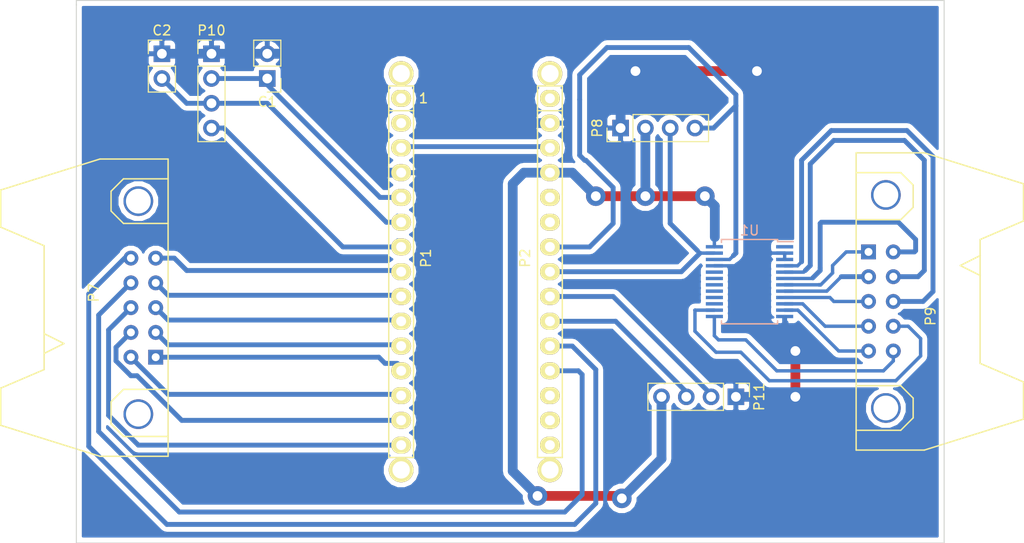
<source format=kicad_pcb>
(kicad_pcb (version 4) (host pcbnew 4.0.5-e0-6337~49~ubuntu16.04.1)

  (general
    (links 45)
    (no_connects 0)
    (area 97.349999 61.163999 204.275001 116.890001)
    (thickness 1.6)
    (drawings 24)
    (tracks 235)
    (zones 0)
    (modules 14)
    (nets 50)
  )

  (page A4)
  (title_block
    (date "jeu. 02 avril 2015")
  )

  (layers
    (0 F.Cu signal)
    (31 B.Cu signal)
    (32 B.Adhes user)
    (33 F.Adhes user)
    (34 B.Paste user)
    (35 F.Paste user)
    (36 B.SilkS user)
    (37 F.SilkS user)
    (38 B.Mask user)
    (39 F.Mask user)
    (40 Dwgs.User user)
    (41 Cmts.User user)
    (42 Eco1.User user)
    (43 Eco2.User user)
    (44 Edge.Cuts user)
    (45 Margin user)
    (46 B.CrtYd user)
    (47 F.CrtYd user)
    (48 B.Fab user)
    (49 F.Fab user)
  )

  (setup
    (last_trace_width 0.35)
    (user_trace_width 0.25)
    (user_trace_width 0.35)
    (user_trace_width 0.5)
    (user_trace_width 1)
    (trace_clearance 0.25)
    (zone_clearance 0.508)
    (zone_45_only no)
    (trace_min 0.2)
    (segment_width 0.15)
    (edge_width 0.1)
    (via_size 0.6)
    (via_drill 0.4)
    (via_min_size 0.4)
    (via_min_drill 0.3)
    (user_via 2 1)
    (uvia_size 0.3)
    (uvia_drill 0.1)
    (uvias_allowed no)
    (uvia_min_size 0.2)
    (uvia_min_drill 0.1)
    (pcb_text_width 0.3)
    (pcb_text_size 1.5 1.5)
    (mod_edge_width 0.15)
    (mod_text_size 1 1)
    (mod_text_width 0.15)
    (pad_size 1.75 0.35)
    (pad_drill 0)
    (pad_to_mask_clearance 0)
    (aux_axis_origin 138.176 110.617)
    (visible_elements 7FFFFFFF)
    (pcbplotparams
      (layerselection 0x00000_80000000)
      (usegerberextensions false)
      (excludeedgelayer false)
      (linewidth 0.050000)
      (plotframeref false)
      (viasonmask false)
      (mode 1)
      (useauxorigin false)
      (hpglpennumber 1)
      (hpglpenspeed 20)
      (hpglpendiameter 15)
      (hpglpenoverlay 2)
      (psnegative false)
      (psa4output false)
      (plotreference false)
      (plotvalue false)
      (plotinvisibletext false)
      (padsonsilk false)
      (subtractmaskfromsilk false)
      (outputformat 4)
      (mirror false)
      (drillshape 1)
      (scaleselection 1)
      (outputdirectory /home/jeanne))
  )

  (net 0 "")
  (net 1 "/1(Tx)")
  (net 2 "/0(Rx)")
  (net 3 /Reset)
  (net 4 GND)
  (net 5 /2)
  (net 6 "/3(**)")
  (net 7 /4)
  (net 8 "/5(**)")
  (net 9 "/6(**)")
  (net 10 /7)
  (net 11 /8)
  (net 12 "/9(**)")
  (net 13 "/10(**/SS)")
  (net 14 "/11(**/MISO)")
  (net 15 "/12(MOSI)")
  (net 16 /Vin)
  (net 17 +5V)
  (net 18 /A7)
  (net 19 /A6)
  (net 20 /A3)
  (net 21 /A2)
  (net 22 /A1)
  (net 23 /A0)
  (net 24 /AREF)
  (net 25 +3.3V)
  (net 26 "/13(SCK)")
  (net 27 "Net-(P3-Pad1)")
  (net 28 "Net-(P4-Pad1)")
  (net 29 "Net-(P5-Pad1)")
  (net 30 "Net-(P6-Pad1)")
  (net 31 /SCL)
  (net 32 /SDA)
  (net 33 "Net-(U1-Pad1)")
  (net 34 /IO0_3)
  (net 35 /IO0_2)
  (net 36 /IO0_4)
  (net 37 /IO0_1)
  (net 38 /IO0_5)
  (net 39 /IO0_0)
  (net 40 /IO0_6)
  (net 41 /IO1_1)
  (net 42 /IO0_7)
  (net 43 /IO1_0)
  (net 44 /IO1_2)
  (net 45 /IO1_3)
  (net 46 /IO1_4)
  (net 47 /IO1_5)
  (net 48 /IO1_6)
  (net 49 /IO1_7)

  (net_class Default "This is the default net class."
    (clearance 0.25)
    (trace_width 0.5)
    (via_dia 0.6)
    (via_drill 0.4)
    (uvia_dia 0.3)
    (uvia_drill 0.1)
    (add_net +3.3V)
    (add_net +5V)
    (add_net "/0(Rx)")
    (add_net "/1(Tx)")
    (add_net "/10(**/SS)")
    (add_net "/11(**/MISO)")
    (add_net "/12(MOSI)")
    (add_net "/13(SCK)")
    (add_net /2)
    (add_net "/3(**)")
    (add_net /4)
    (add_net "/5(**)")
    (add_net "/6(**)")
    (add_net /7)
    (add_net /8)
    (add_net "/9(**)")
    (add_net /A0)
    (add_net /A1)
    (add_net /A2)
    (add_net /A3)
    (add_net /A6)
    (add_net /A7)
    (add_net /AREF)
    (add_net /IO0_0)
    (add_net /IO0_1)
    (add_net /IO0_2)
    (add_net /IO0_3)
    (add_net /IO0_4)
    (add_net /IO0_5)
    (add_net /IO0_6)
    (add_net /IO0_7)
    (add_net /IO1_0)
    (add_net /IO1_1)
    (add_net /IO1_2)
    (add_net /IO1_3)
    (add_net /IO1_4)
    (add_net /IO1_5)
    (add_net /IO1_6)
    (add_net /IO1_7)
    (add_net /Reset)
    (add_net /SCL)
    (add_net /SDA)
    (add_net /Vin)
    (add_net GND)
    (add_net "Net-(P3-Pad1)")
    (add_net "Net-(P4-Pad1)")
    (add_net "Net-(P5-Pad1)")
    (add_net "Net-(P6-Pad1)")
    (add_net "Net-(U1-Pad1)")
  )

  (net_class power ""
    (clearance 1)
    (trace_width 1)
    (via_dia 2)
    (via_drill 1)
    (uvia_dia 0.6)
    (uvia_drill 0.3)
  )

  (module Housings_SSOP:SSOP-24_5.3x8.2mm_Pitch0.65mm (layer B.Cu) (tedit 587DFE7E) (tstamp 587C1BEC)
    (at 175.133 90.043 180)
    (descr "24-Lead Plastic Shrink Small Outline (SS)-5.30 mm Body [SSOP] (see Microchip Packaging Specification 00000049BS.pdf)")
    (tags "SSOP 0.65")
    (path /587C4EB2)
    (attr smd)
    (fp_text reference U1 (at 0 5.25 180) (layer B.SilkS)
      (effects (font (size 1 1) (thickness 0.15)) (justify mirror))
    )
    (fp_text value pca9555 (at 0 -5.25 180) (layer B.Fab)
      (effects (font (size 1 1) (thickness 0.15)) (justify mirror))
    )
    (fp_line (start -1.65 4.1) (end 2.65 4.1) (layer B.Fab) (width 0.15))
    (fp_line (start 2.65 4.1) (end 2.65 -4.1) (layer B.Fab) (width 0.15))
    (fp_line (start 2.65 -4.1) (end -2.65 -4.1) (layer B.Fab) (width 0.15))
    (fp_line (start -2.65 -4.1) (end -2.65 3.1) (layer B.Fab) (width 0.15))
    (fp_line (start -2.65 3.1) (end -1.65 4.1) (layer B.Fab) (width 0.15))
    (fp_line (start -4.75 4.5) (end -4.75 -4.5) (layer B.CrtYd) (width 0.05))
    (fp_line (start 4.75 4.5) (end 4.75 -4.5) (layer B.CrtYd) (width 0.05))
    (fp_line (start -4.75 4.5) (end 4.75 4.5) (layer B.CrtYd) (width 0.05))
    (fp_line (start -4.75 -4.5) (end 4.75 -4.5) (layer B.CrtYd) (width 0.05))
    (fp_line (start -2.875 4.325) (end -2.875 4.1) (layer B.SilkS) (width 0.15))
    (fp_line (start 2.875 4.325) (end 2.875 4.025) (layer B.SilkS) (width 0.15))
    (fp_line (start 2.875 -4.325) (end 2.875 -4.025) (layer B.SilkS) (width 0.15))
    (fp_line (start -2.875 -4.325) (end -2.875 -4.025) (layer B.SilkS) (width 0.15))
    (fp_line (start -2.875 4.325) (end 2.875 4.325) (layer B.SilkS) (width 0.15))
    (fp_line (start -2.875 -4.325) (end 2.875 -4.325) (layer B.SilkS) (width 0.15))
    (fp_line (start -2.875 4.1) (end -4.475 4.1) (layer B.SilkS) (width 0.15))
    (pad 1 smd rect (at -3.6 3.575 180) (size 1.75 0.35) (layers B.Cu B.Paste B.Mask)
      (net 33 "Net-(U1-Pad1)"))
    (pad 2 smd rect (at -3.6 2.925 180) (size 1.75 0.35) (layers B.Cu B.Paste B.Mask)
      (net 4 GND))
    (pad 3 smd rect (at -3.6 2.275 180) (size 1.75 0.35) (layers B.Cu B.Paste B.Mask)
      (net 4 GND))
    (pad 4 smd rect (at -3.6 1.625 180) (size 1.75 0.35) (layers B.Cu B.Paste B.Mask)
      (net 39 /IO0_0))
    (pad 5 smd rect (at -3.6 0.975 180) (size 1.75 0.35) (layers B.Cu B.Paste B.Mask)
      (net 37 /IO0_1))
    (pad 6 smd rect (at -3.6 0.325 180) (size 1.75 0.35) (layers B.Cu B.Paste B.Mask)
      (net 35 /IO0_2))
    (pad 7 smd rect (at -3.6 -0.325 180) (size 1.75 0.35) (layers B.Cu B.Paste B.Mask)
      (net 34 /IO0_3))
    (pad 8 smd rect (at -3.6 -0.975 180) (size 1.75 0.35) (layers B.Cu B.Paste B.Mask)
      (net 36 /IO0_4))
    (pad 9 smd rect (at -3.6 -1.625 180) (size 1.75 0.35) (layers B.Cu B.Paste B.Mask)
      (net 38 /IO0_5))
    (pad 10 smd rect (at -3.6 -2.275 180) (size 1.75 0.35) (layers B.Cu B.Paste B.Mask)
      (net 40 /IO0_6))
    (pad 11 smd rect (at -3.6 -2.925 180) (size 1.75 0.35) (layers B.Cu B.Paste B.Mask)
      (net 42 /IO0_7))
    (pad 12 smd rect (at -3.6 -3.575 180) (size 1.75 0.35) (layers B.Cu B.Paste B.Mask)
      (net 4 GND))
    (pad 13 smd rect (at 3.6 -3.575 180) (size 1.75 0.35) (layers B.Cu B.Paste B.Mask)
      (net 43 /IO1_0))
    (pad 14 smd rect (at 3.6 -2.925 180) (size 1.75 0.35) (layers B.Cu B.Paste B.Mask)
      (net 41 /IO1_1))
    (pad 15 smd rect (at 3.6 -2.275 180) (size 1.75 0.35) (layers B.Cu B.Paste B.Mask)
      (net 44 /IO1_2))
    (pad 16 smd rect (at 3.6 -1.625 180) (size 1.75 0.35) (layers B.Cu B.Paste B.Mask)
      (net 45 /IO1_3))
    (pad 17 smd rect (at 3.6 -0.975 180) (size 1.75 0.35) (layers B.Cu B.Paste B.Mask)
      (net 46 /IO1_4))
    (pad 18 smd rect (at 3.6 -0.325 180) (size 1.75 0.35) (layers B.Cu B.Paste B.Mask)
      (net 47 /IO1_5))
    (pad 19 smd rect (at 3.6 0.325 180) (size 1.75 0.35) (layers B.Cu B.Paste B.Mask)
      (net 48 /IO1_6))
    (pad 20 smd rect (at 3.6 0.975 180) (size 1.75 0.35) (layers B.Cu B.Paste B.Mask)
      (net 49 /IO1_7))
    (pad 21 smd rect (at 3.6 1.625 180) (size 1.75 0.35) (layers B.Cu B.Paste B.Mask)
      (net 4 GND))
    (pad 22 smd rect (at 3.6 2.275 180) (size 1.75 0.35) (layers B.Cu B.Paste B.Mask)
      (net 31 /SCL))
    (pad 23 smd rect (at 3.6 2.925 180) (size 1.75 0.35) (layers B.Cu B.Paste B.Mask)
      (net 32 /SDA))
    (pad 24 smd rect (at 3.6 3.575 180) (size 1.75 0.35) (layers B.Cu B.Paste B.Mask)
      (net 17 +5V))
    (model Housings_SSOP.3dshapes/SSOP-24_5.3x8.2mm_Pitch0.65mm.wrl
      (at (xyz 0 0 0))
      (scale (xyz 1 1 1))
      (rotate (xyz 0 0 0))
    )
  )

  (module Socket_Arduino_Nano:Socket_Strip_Arduino_1x15 locked (layer F.Cu) (tedit 552169C6) (tstamp 551FC9D0)
    (at 139.446 71.247 270)
    (descr "Through hole socket strip")
    (tags "socket strip")
    (path /551D9496)
    (fp_text reference P1 (at 16.383 -2.54 270) (layer F.SilkS)
      (effects (font (size 1 1) (thickness 0.15)))
    )
    (fp_text value Digital (at 20.193 -2.54 270) (layer F.Fab)
      (effects (font (size 1 1) (thickness 0.15)))
    )
    (fp_line (start 1.27 -1.27) (end -1.27 -1.27) (layer F.SilkS) (width 0.15))
    (fp_line (start -1.27 -1.27) (end -1.27 1.27) (layer F.SilkS) (width 0.15))
    (fp_line (start -1.27 1.27) (end 1.27 1.27) (layer F.SilkS) (width 0.15))
    (fp_line (start -1.75 -1.75) (end -1.75 1.75) (layer F.CrtYd) (width 0.05))
    (fp_line (start 37.35 -1.75) (end 37.35 1.75) (layer F.CrtYd) (width 0.05))
    (fp_line (start -1.75 -1.75) (end 37.35 -1.75) (layer F.CrtYd) (width 0.05))
    (fp_line (start -1.75 1.75) (end 37.35 1.75) (layer F.CrtYd) (width 0.05))
    (fp_line (start 1.27 -1.27) (end 36.83 -1.27) (layer F.SilkS) (width 0.15))
    (fp_line (start 36.83 -1.27) (end 36.83 1.27) (layer F.SilkS) (width 0.15))
    (fp_line (start 36.83 1.27) (end 1.27 1.27) (layer F.SilkS) (width 0.15))
    (fp_line (start 1.27 1.27) (end 1.27 -1.27) (layer F.SilkS) (width 0.15))
    (pad 1 thru_hole oval (at 0 0 270) (size 1.7272 2.032) (drill 1.016) (layers *.Cu *.Mask F.SilkS)
      (net 1 "/1(Tx)"))
    (pad 2 thru_hole oval (at 2.54 0 270) (size 1.7272 2.032) (drill 1.016) (layers *.Cu *.Mask F.SilkS)
      (net 2 "/0(Rx)"))
    (pad 3 thru_hole oval (at 5.08 0 270) (size 1.7272 2.032) (drill 1.016) (layers *.Cu *.Mask F.SilkS)
      (net 3 /Reset))
    (pad 4 thru_hole oval (at 7.62 0 270) (size 1.7272 2.032) (drill 1.016) (layers *.Cu *.Mask F.SilkS)
      (net 4 GND))
    (pad 5 thru_hole oval (at 10.16 0 270) (size 1.7272 2.032) (drill 1.016) (layers *.Cu *.Mask F.SilkS)
      (net 5 /2))
    (pad 6 thru_hole oval (at 12.7 0 270) (size 1.7272 2.032) (drill 1.016) (layers *.Cu *.Mask F.SilkS)
      (net 6 "/3(**)"))
    (pad 7 thru_hole oval (at 15.24 0 270) (size 1.7272 2.032) (drill 1.016) (layers *.Cu *.Mask F.SilkS)
      (net 7 /4))
    (pad 8 thru_hole oval (at 17.78 0 270) (size 1.7272 2.032) (drill 1.016) (layers *.Cu *.Mask F.SilkS)
      (net 8 "/5(**)"))
    (pad 9 thru_hole oval (at 20.32 0 270) (size 1.7272 2.032) (drill 1.016) (layers *.Cu *.Mask F.SilkS)
      (net 9 "/6(**)"))
    (pad 10 thru_hole oval (at 22.86 0 270) (size 1.7272 2.032) (drill 1.016) (layers *.Cu *.Mask F.SilkS)
      (net 10 /7))
    (pad 11 thru_hole oval (at 25.4 0 270) (size 1.7272 2.032) (drill 1.016) (layers *.Cu *.Mask F.SilkS)
      (net 11 /8))
    (pad 12 thru_hole oval (at 27.94 0 270) (size 1.7272 2.032) (drill 1.016) (layers *.Cu *.Mask F.SilkS)
      (net 12 "/9(**)"))
    (pad 13 thru_hole oval (at 30.48 0 270) (size 1.7272 2.032) (drill 1.016) (layers *.Cu *.Mask F.SilkS)
      (net 13 "/10(**/SS)"))
    (pad 14 thru_hole oval (at 33.02 0 270) (size 1.7272 2.032) (drill 1.016) (layers *.Cu *.Mask F.SilkS)
      (net 14 "/11(**/MISO)"))
    (pad 15 thru_hole oval (at 35.56 0 270) (size 1.7272 2.032) (drill 1.016) (layers *.Cu *.Mask F.SilkS)
      (net 15 "/12(MOSI)"))
    (model ${KIPRJMOD}/Socket_Arduino_Nano.3dshapes/Socket_header_Arduino_1x15.wrl
      (at (xyz 0.7 0 0))
      (scale (xyz 1 1 1))
      (rotate (xyz 0 0 180))
    )
  )

  (module Socket_Arduino_Nano:Socket_Strip_Arduino_1x15 locked (layer F.Cu) (tedit 552169D3) (tstamp 551FC9EE)
    (at 154.686 71.247 270)
    (descr "Through hole socket strip")
    (tags "socket strip")
    (path /551D94EF)
    (fp_text reference P2 (at 16.383 2.54 270) (layer F.SilkS)
      (effects (font (size 1 1) (thickness 0.15)))
    )
    (fp_text value Analog (at 20.193 2.54 270) (layer F.Fab)
      (effects (font (size 1 1) (thickness 0.15)))
    )
    (fp_line (start 1.27 -1.27) (end -1.27 -1.27) (layer F.SilkS) (width 0.15))
    (fp_line (start -1.27 -1.27) (end -1.27 1.27) (layer F.SilkS) (width 0.15))
    (fp_line (start -1.27 1.27) (end 1.27 1.27) (layer F.SilkS) (width 0.15))
    (fp_line (start -1.75 -1.75) (end -1.75 1.75) (layer F.CrtYd) (width 0.05))
    (fp_line (start 37.35 -1.75) (end 37.35 1.75) (layer F.CrtYd) (width 0.05))
    (fp_line (start -1.75 -1.75) (end 37.35 -1.75) (layer F.CrtYd) (width 0.05))
    (fp_line (start -1.75 1.75) (end 37.35 1.75) (layer F.CrtYd) (width 0.05))
    (fp_line (start 1.27 -1.27) (end 36.83 -1.27) (layer F.SilkS) (width 0.15))
    (fp_line (start 36.83 -1.27) (end 36.83 1.27) (layer F.SilkS) (width 0.15))
    (fp_line (start 36.83 1.27) (end 1.27 1.27) (layer F.SilkS) (width 0.15))
    (fp_line (start 1.27 1.27) (end 1.27 -1.27) (layer F.SilkS) (width 0.15))
    (pad 1 thru_hole oval (at 0 0 270) (size 1.7272 2.032) (drill 1.016) (layers *.Cu *.Mask F.SilkS)
      (net 16 /Vin))
    (pad 2 thru_hole oval (at 2.54 0 270) (size 1.7272 2.032) (drill 1.016) (layers *.Cu *.Mask F.SilkS)
      (net 4 GND))
    (pad 3 thru_hole oval (at 5.08 0 270) (size 1.7272 2.032) (drill 1.016) (layers *.Cu *.Mask F.SilkS)
      (net 3 /Reset))
    (pad 4 thru_hole oval (at 7.62 0 270) (size 1.7272 2.032) (drill 1.016) (layers *.Cu *.Mask F.SilkS)
      (net 17 +5V))
    (pad 5 thru_hole oval (at 10.16 0 270) (size 1.7272 2.032) (drill 1.016) (layers *.Cu *.Mask F.SilkS)
      (net 18 /A7))
    (pad 6 thru_hole oval (at 12.7 0 270) (size 1.7272 2.032) (drill 1.016) (layers *.Cu *.Mask F.SilkS)
      (net 19 /A6))
    (pad 7 thru_hole oval (at 15.24 0 270) (size 1.7272 2.032) (drill 1.016) (layers *.Cu *.Mask F.SilkS)
      (net 31 /SCL))
    (pad 8 thru_hole oval (at 17.78 0 270) (size 1.7272 2.032) (drill 1.016) (layers *.Cu *.Mask F.SilkS)
      (net 32 /SDA))
    (pad 9 thru_hole oval (at 20.32 0 270) (size 1.7272 2.032) (drill 1.016) (layers *.Cu *.Mask F.SilkS)
      (net 20 /A3))
    (pad 10 thru_hole oval (at 22.86 0 270) (size 1.7272 2.032) (drill 1.016) (layers *.Cu *.Mask F.SilkS)
      (net 21 /A2))
    (pad 11 thru_hole oval (at 25.4 0 270) (size 1.7272 2.032) (drill 1.016) (layers *.Cu *.Mask F.SilkS)
      (net 22 /A1))
    (pad 12 thru_hole oval (at 27.94 0 270) (size 1.7272 2.032) (drill 1.016) (layers *.Cu *.Mask F.SilkS)
      (net 23 /A0))
    (pad 13 thru_hole oval (at 30.48 0 270) (size 1.7272 2.032) (drill 1.016) (layers *.Cu *.Mask F.SilkS)
      (net 24 /AREF))
    (pad 14 thru_hole oval (at 33.02 0 270) (size 1.7272 2.032) (drill 1.016) (layers *.Cu *.Mask F.SilkS)
      (net 25 +3.3V))
    (pad 15 thru_hole oval (at 35.56 0 270) (size 1.7272 2.032) (drill 1.016) (layers *.Cu *.Mask F.SilkS)
      (net 26 "/13(SCK)"))
    (model ${KIPRJMOD}/Socket_Arduino_Nano.3dshapes/Socket_header_Arduino_1x15.wrl
      (at (xyz 0.7 0 0))
      (scale (xyz 1 1 1))
      (rotate (xyz 0 0 180))
    )
  )

  (module Socket_Arduino_Nano:1pin_Nano locked (layer F.Cu) (tedit 5521156E) (tstamp 55211553)
    (at 139.446 68.707)
    (descr "module 1 pin (ou trou mecanique de percage)")
    (tags DEV)
    (path /551D9380)
    (fp_text reference P3 (at 0 -2.032) (layer F.SilkS) hide
      (effects (font (size 1 1) (thickness 0.15)))
    )
    (fp_text value CONN_1 (at 0 2.032) (layer F.Fab) hide
      (effects (font (size 1 1) (thickness 0.15)))
    )
    (pad 1 thru_hole circle (at 0 0) (size 2.54 2.54) (drill 1.778) (layers *.Cu *.Mask F.SilkS)
      (net 27 "Net-(P3-Pad1)"))
  )

  (module Socket_Arduino_Nano:1pin_Nano locked (layer F.Cu) (tedit 55211594) (tstamp 55211558)
    (at 139.446 109.347)
    (descr "module 1 pin (ou trou mecanique de percage)")
    (tags DEV)
    (path /551D9414)
    (fp_text reference P4 (at 0 -2.032) (layer F.SilkS) hide
      (effects (font (size 1 1) (thickness 0.15)))
    )
    (fp_text value CONN_1 (at 0 2.032) (layer F.Fab) hide
      (effects (font (size 1 1) (thickness 0.15)))
    )
    (pad 1 thru_hole circle (at 0 0) (size 2.54 2.54) (drill 1.778) (layers *.Cu *.Mask F.SilkS)
      (net 28 "Net-(P4-Pad1)"))
  )

  (module Socket_Arduino_Nano:1pin_Nano locked (layer F.Cu) (tedit 552115A5) (tstamp 5521155D)
    (at 154.686 109.347)
    (descr "module 1 pin (ou trou mecanique de percage)")
    (tags DEV)
    (path /551D9432)
    (fp_text reference P5 (at 0 -2.032) (layer F.SilkS) hide
      (effects (font (size 1 1) (thickness 0.15)))
    )
    (fp_text value CONN_1 (at 0 2.032) (layer F.Fab) hide
      (effects (font (size 1 1) (thickness 0.15)))
    )
    (pad 1 thru_hole circle (at 0 0) (size 2.54 2.54) (drill 1.778) (layers *.Cu *.Mask F.SilkS)
      (net 29 "Net-(P5-Pad1)"))
  )

  (module Socket_Arduino_Nano:1pin_Nano locked (layer F.Cu) (tedit 552115BD) (tstamp 55211562)
    (at 154.686 68.707)
    (descr "module 1 pin (ou trou mecanique de percage)")
    (tags DEV)
    (path /551D9466)
    (fp_text reference P6 (at 0 -2.032) (layer F.SilkS) hide
      (effects (font (size 1 1) (thickness 0.15)))
    )
    (fp_text value CONN_1 (at 0 2.032) (layer F.Fab) hide
      (effects (font (size 1 1) (thickness 0.15)))
    )
    (pad 1 thru_hole circle (at 0 0) (size 2.54 2.54) (drill 1.778) (layers *.Cu *.Mask F.SilkS)
      (net 30 "Net-(P6-Pad1)"))
  )

  (module Connect:HE10-10C (layer F.Cu) (tedit 0) (tstamp 587C1B84)
    (at 113.03 92.71 270)
    (descr "Connecteur HE10 10 contacts couche")
    (tags "CONN HE10")
    (path /587C104C)
    (fp_text reference P7 (at -1.524 5.08 450) (layer F.SilkS)
      (effects (font (size 1 1) (thickness 0.15)))
    )
    (fp_text value bouton (at -2.032 8.128 270) (layer F.Fab)
      (effects (font (size 1 1) (thickness 0.15)))
    )
    (fp_line (start -8.636 -2.54) (end -8.636 2.032) (layer F.SilkS) (width 0.15))
    (fp_line (start -8.636 2.032) (end -9.906 3.302) (layer F.SilkS) (width 0.15))
    (fp_line (start -9.906 3.302) (end -11.938 3.302) (layer F.SilkS) (width 0.15))
    (fp_line (start -11.938 3.302) (end -13.208 2.032) (layer F.SilkS) (width 0.15))
    (fp_line (start -13.208 2.032) (end -13.208 -2.54) (layer F.SilkS) (width 0.15))
    (fp_line (start 13.208 -2.54) (end 13.208 2.032) (layer F.SilkS) (width 0.15))
    (fp_line (start 13.208 2.032) (end 11.938 3.302) (layer F.SilkS) (width 0.15))
    (fp_line (start 11.938 3.302) (end 9.652 3.302) (layer F.SilkS) (width 0.15))
    (fp_line (start 9.652 3.302) (end 8.382 2.032) (layer F.SilkS) (width 0.15))
    (fp_line (start 8.382 2.032) (end 8.382 -2.54) (layer F.SilkS) (width 0.15))
    (fp_line (start 15.24 -2.54) (end 15.24 4.445) (layer F.SilkS) (width 0.15))
    (fp_line (start 15.24 4.445) (end 12.065 14.605) (layer F.SilkS) (width 0.15))
    (fp_line (start 12.065 14.605) (end 8.255 14.605) (layer F.SilkS) (width 0.15))
    (fp_line (start 15.24 -2.54) (end -15.24 -2.54) (layer F.SilkS) (width 0.15))
    (fp_line (start -15.24 -2.54) (end -15.24 4.445) (layer F.SilkS) (width 0.15))
    (fp_line (start -15.24 4.445) (end -12.065 14.605) (layer F.SilkS) (width 0.15))
    (fp_line (start -12.065 14.605) (end -8.255 14.605) (layer F.SilkS) (width 0.15))
    (fp_line (start -8.255 14.605) (end -6.35 10.16) (layer F.SilkS) (width 0.15))
    (fp_line (start -6.35 10.16) (end 6.35 10.16) (layer F.SilkS) (width 0.15))
    (fp_line (start 8.255 14.605) (end 6.35 10.16) (layer F.SilkS) (width 0.15))
    (fp_line (start 4.699 10.16) (end 3.683 8.128) (layer F.SilkS) (width 0.15))
    (fp_line (start 3.683 8.128) (end 2.667 10.16) (layer F.SilkS) (width 0.15))
    (pad 0 thru_hole circle (at -10.922 0.508 270) (size 3.048 3.048) (drill 2.54) (layers *.Cu *.Mask))
    (pad 0 thru_hole circle (at 10.922 0.508 270) (size 3.048 3.048) (drill 2.54) (layers *.Cu *.Mask))
    (pad 1 thru_hole rect (at 5.08 -1.27 270) (size 1.524 1.524) (drill 0.8128) (layers *.Cu *.Mask)
      (net 12 "/9(**)"))
    (pad 2 thru_hole circle (at 5.08 1.27 270) (size 1.524 1.524) (drill 0.8128) (layers *.Cu *.Mask)
      (net 13 "/10(**/SS)"))
    (pad 3 thru_hole circle (at 2.54 -1.27 270) (size 1.524 1.524) (drill 0.8128) (layers *.Cu *.Mask)
      (net 11 /8))
    (pad 4 thru_hole circle (at 2.54 1.27 270) (size 1.524 1.524) (drill 0.8128) (layers *.Cu *.Mask)
      (net 14 "/11(**/MISO)"))
    (pad 5 thru_hole circle (at 0 -1.27 270) (size 1.524 1.524) (drill 0.8128) (layers *.Cu *.Mask)
      (net 10 /7))
    (pad 6 thru_hole circle (at 0 1.27 270) (size 1.524 1.524) (drill 0.8128) (layers *.Cu *.Mask)
      (net 15 "/12(MOSI)"))
    (pad 7 thru_hole circle (at -2.54 -1.27 270) (size 1.524 1.524) (drill 0.8128) (layers *.Cu *.Mask)
      (net 9 "/6(**)"))
    (pad 8 thru_hole circle (at -2.54 1.27 270) (size 1.524 1.524) (drill 0.8128) (layers *.Cu *.Mask)
      (net 23 /A0))
    (pad 9 thru_hole circle (at -5.08 -1.27 270) (size 1.524 1.524) (drill 0.8128) (layers *.Cu *.Mask)
      (net 8 "/5(**)"))
    (pad 10 thru_hole circle (at -5.08 1.27 270) (size 1.524 1.524) (drill 0.8128) (layers *.Cu *.Mask)
      (net 22 /A1))
  )

  (module Pin_Headers:Pin_Header_Straight_1x04_Pitch2.54mm (layer F.Cu) (tedit 5862ED52) (tstamp 587C1B9A)
    (at 161.925 74.295 90)
    (descr "Through hole straight pin header, 1x04, 2.54mm pitch, single row")
    (tags "Through hole pin header THT 1x04 2.54mm single row")
    (path /587C1330)
    (fp_text reference P8 (at 0 -2.39 90) (layer F.SilkS)
      (effects (font (size 1 1) (thickness 0.15)))
    )
    (fp_text value lcd_4x20 (at 0 10.01 90) (layer F.Fab)
      (effects (font (size 1 1) (thickness 0.15)))
    )
    (fp_line (start -1.27 -1.27) (end -1.27 8.89) (layer F.Fab) (width 0.1))
    (fp_line (start -1.27 8.89) (end 1.27 8.89) (layer F.Fab) (width 0.1))
    (fp_line (start 1.27 8.89) (end 1.27 -1.27) (layer F.Fab) (width 0.1))
    (fp_line (start 1.27 -1.27) (end -1.27 -1.27) (layer F.Fab) (width 0.1))
    (fp_line (start -1.39 1.27) (end -1.39 9.01) (layer F.SilkS) (width 0.12))
    (fp_line (start -1.39 9.01) (end 1.39 9.01) (layer F.SilkS) (width 0.12))
    (fp_line (start 1.39 9.01) (end 1.39 1.27) (layer F.SilkS) (width 0.12))
    (fp_line (start 1.39 1.27) (end -1.39 1.27) (layer F.SilkS) (width 0.12))
    (fp_line (start -1.39 0) (end -1.39 -1.39) (layer F.SilkS) (width 0.12))
    (fp_line (start -1.39 -1.39) (end 0 -1.39) (layer F.SilkS) (width 0.12))
    (fp_line (start -1.6 -1.6) (end -1.6 9.2) (layer F.CrtYd) (width 0.05))
    (fp_line (start -1.6 9.2) (end 1.6 9.2) (layer F.CrtYd) (width 0.05))
    (fp_line (start 1.6 9.2) (end 1.6 -1.6) (layer F.CrtYd) (width 0.05))
    (fp_line (start 1.6 -1.6) (end -1.6 -1.6) (layer F.CrtYd) (width 0.05))
    (pad 1 thru_hole rect (at 0 0 90) (size 1.7 1.7) (drill 1) (layers *.Cu *.Mask)
      (net 4 GND))
    (pad 2 thru_hole oval (at 0 2.54 90) (size 1.7 1.7) (drill 1) (layers *.Cu *.Mask)
      (net 17 +5V))
    (pad 3 thru_hole oval (at 0 5.08 90) (size 1.7 1.7) (drill 1) (layers *.Cu *.Mask)
      (net 32 /SDA))
    (pad 4 thru_hole oval (at 0 7.62 90) (size 1.7 1.7) (drill 1) (layers *.Cu *.Mask)
      (net 31 /SCL))
    (model Pin_Headers.3dshapes/Pin_Header_Straight_1x04_Pitch2.54mm.wrl
      (at (xyz 0 -0.15 0))
      (scale (xyz 1 1 1))
      (rotate (xyz 0 0 90))
    )
  )

  (module Connect:HE10-10C (layer F.Cu) (tedit 0) (tstamp 587C1BC0)
    (at 188.595 92.075 90)
    (descr "Connecteur HE10 10 contacts couche")
    (tags "CONN HE10")
    (path /587C1121)
    (fp_text reference P9 (at -1.524 5.08 270) (layer F.SilkS)
      (effects (font (size 1 1) (thickness 0.15)))
    )
    (fp_text value balance (at -2.032 8.128 90) (layer F.Fab)
      (effects (font (size 1 1) (thickness 0.15)))
    )
    (fp_line (start -8.636 -2.54) (end -8.636 2.032) (layer F.SilkS) (width 0.15))
    (fp_line (start -8.636 2.032) (end -9.906 3.302) (layer F.SilkS) (width 0.15))
    (fp_line (start -9.906 3.302) (end -11.938 3.302) (layer F.SilkS) (width 0.15))
    (fp_line (start -11.938 3.302) (end -13.208 2.032) (layer F.SilkS) (width 0.15))
    (fp_line (start -13.208 2.032) (end -13.208 -2.54) (layer F.SilkS) (width 0.15))
    (fp_line (start 13.208 -2.54) (end 13.208 2.032) (layer F.SilkS) (width 0.15))
    (fp_line (start 13.208 2.032) (end 11.938 3.302) (layer F.SilkS) (width 0.15))
    (fp_line (start 11.938 3.302) (end 9.652 3.302) (layer F.SilkS) (width 0.15))
    (fp_line (start 9.652 3.302) (end 8.382 2.032) (layer F.SilkS) (width 0.15))
    (fp_line (start 8.382 2.032) (end 8.382 -2.54) (layer F.SilkS) (width 0.15))
    (fp_line (start 15.24 -2.54) (end 15.24 4.445) (layer F.SilkS) (width 0.15))
    (fp_line (start 15.24 4.445) (end 12.065 14.605) (layer F.SilkS) (width 0.15))
    (fp_line (start 12.065 14.605) (end 8.255 14.605) (layer F.SilkS) (width 0.15))
    (fp_line (start 15.24 -2.54) (end -15.24 -2.54) (layer F.SilkS) (width 0.15))
    (fp_line (start -15.24 -2.54) (end -15.24 4.445) (layer F.SilkS) (width 0.15))
    (fp_line (start -15.24 4.445) (end -12.065 14.605) (layer F.SilkS) (width 0.15))
    (fp_line (start -12.065 14.605) (end -8.255 14.605) (layer F.SilkS) (width 0.15))
    (fp_line (start -8.255 14.605) (end -6.35 10.16) (layer F.SilkS) (width 0.15))
    (fp_line (start -6.35 10.16) (end 6.35 10.16) (layer F.SilkS) (width 0.15))
    (fp_line (start 8.255 14.605) (end 6.35 10.16) (layer F.SilkS) (width 0.15))
    (fp_line (start 4.699 10.16) (end 3.683 8.128) (layer F.SilkS) (width 0.15))
    (fp_line (start 3.683 8.128) (end 2.667 10.16) (layer F.SilkS) (width 0.15))
    (pad 0 thru_hole circle (at -10.922 0.508 90) (size 3.048 3.048) (drill 2.54) (layers *.Cu *.Mask))
    (pad 0 thru_hole circle (at 10.922 0.508 90) (size 3.048 3.048) (drill 2.54) (layers *.Cu *.Mask))
    (pad 1 thru_hole rect (at 5.08 -1.27 90) (size 1.524 1.524) (drill 0.8128) (layers *.Cu *.Mask)
      (net 34 /IO0_3))
    (pad 2 thru_hole circle (at 5.08 1.27 90) (size 1.524 1.524) (drill 0.8128) (layers *.Cu *.Mask)
      (net 35 /IO0_2))
    (pad 3 thru_hole circle (at 2.54 -1.27 90) (size 1.524 1.524) (drill 0.8128) (layers *.Cu *.Mask)
      (net 36 /IO0_4))
    (pad 4 thru_hole circle (at 2.54 1.27 90) (size 1.524 1.524) (drill 0.8128) (layers *.Cu *.Mask)
      (net 37 /IO0_1))
    (pad 5 thru_hole circle (at 0 -1.27 90) (size 1.524 1.524) (drill 0.8128) (layers *.Cu *.Mask)
      (net 38 /IO0_5))
    (pad 6 thru_hole circle (at 0 1.27 90) (size 1.524 1.524) (drill 0.8128) (layers *.Cu *.Mask)
      (net 39 /IO0_0))
    (pad 7 thru_hole circle (at -2.54 -1.27 90) (size 1.524 1.524) (drill 0.8128) (layers *.Cu *.Mask)
      (net 40 /IO0_6))
    (pad 8 thru_hole circle (at -2.54 1.27 90) (size 1.524 1.524) (drill 0.8128) (layers *.Cu *.Mask)
      (net 41 /IO1_1))
    (pad 9 thru_hole circle (at -5.08 -1.27 90) (size 1.524 1.524) (drill 0.8128) (layers *.Cu *.Mask)
      (net 42 /IO0_7))
    (pad 10 thru_hole circle (at -5.08 1.27 90) (size 1.524 1.524) (drill 0.8128) (layers *.Cu *.Mask)
      (net 43 /IO1_0))
  )

  (module Pin_Headers:Pin_Header_Straight_1x02_Pitch2.54mm (layer F.Cu) (tedit 5862ED52) (tstamp 587C1CD7)
    (at 125.73 69.215 180)
    (descr "Through hole straight pin header, 1x02, 2.54mm pitch, single row")
    (tags "Through hole pin header THT 1x02 2.54mm single row")
    (path /587C6F9F)
    (fp_text reference C1 (at 0 -2.39 180) (layer F.SilkS)
      (effects (font (size 1 1) (thickness 0.15)))
    )
    (fp_text value 10pF (at 0 4.93 180) (layer F.Fab)
      (effects (font (size 1 1) (thickness 0.15)))
    )
    (fp_line (start -1.27 -1.27) (end -1.27 3.81) (layer F.Fab) (width 0.1))
    (fp_line (start -1.27 3.81) (end 1.27 3.81) (layer F.Fab) (width 0.1))
    (fp_line (start 1.27 3.81) (end 1.27 -1.27) (layer F.Fab) (width 0.1))
    (fp_line (start 1.27 -1.27) (end -1.27 -1.27) (layer F.Fab) (width 0.1))
    (fp_line (start -1.39 1.27) (end -1.39 3.93) (layer F.SilkS) (width 0.12))
    (fp_line (start -1.39 3.93) (end 1.39 3.93) (layer F.SilkS) (width 0.12))
    (fp_line (start 1.39 3.93) (end 1.39 1.27) (layer F.SilkS) (width 0.12))
    (fp_line (start 1.39 1.27) (end -1.39 1.27) (layer F.SilkS) (width 0.12))
    (fp_line (start -1.39 0) (end -1.39 -1.39) (layer F.SilkS) (width 0.12))
    (fp_line (start -1.39 -1.39) (end 0 -1.39) (layer F.SilkS) (width 0.12))
    (fp_line (start -1.6 -1.6) (end -1.6 4.1) (layer F.CrtYd) (width 0.05))
    (fp_line (start -1.6 4.1) (end 1.6 4.1) (layer F.CrtYd) (width 0.05))
    (fp_line (start 1.6 4.1) (end 1.6 -1.6) (layer F.CrtYd) (width 0.05))
    (fp_line (start 1.6 -1.6) (end -1.6 -1.6) (layer F.CrtYd) (width 0.05))
    (pad 1 thru_hole rect (at 0 0 180) (size 1.7 1.7) (drill 1) (layers *.Cu *.Mask)
      (net 5 /2))
    (pad 2 thru_hole oval (at 0 2.54 180) (size 1.7 1.7) (drill 1) (layers *.Cu *.Mask)
      (net 4 GND))
    (model Pin_Headers.3dshapes/Pin_Header_Straight_1x02_Pitch2.54mm.wrl
      (at (xyz 0 -0.05 0))
      (scale (xyz 1 1 1))
      (rotate (xyz 0 0 90))
    )
  )

  (module Pin_Headers:Pin_Header_Straight_1x02_Pitch2.54mm (layer F.Cu) (tedit 5862ED52) (tstamp 587C1CEB)
    (at 114.935 66.675)
    (descr "Through hole straight pin header, 1x02, 2.54mm pitch, single row")
    (tags "Through hole pin header THT 1x02 2.54mm single row")
    (path /587C7030)
    (fp_text reference C2 (at 0 -2.39) (layer F.SilkS)
      (effects (font (size 1 1) (thickness 0.15)))
    )
    (fp_text value 10pF (at 0 4.93) (layer F.Fab)
      (effects (font (size 1 1) (thickness 0.15)))
    )
    (fp_line (start -1.27 -1.27) (end -1.27 3.81) (layer F.Fab) (width 0.1))
    (fp_line (start -1.27 3.81) (end 1.27 3.81) (layer F.Fab) (width 0.1))
    (fp_line (start 1.27 3.81) (end 1.27 -1.27) (layer F.Fab) (width 0.1))
    (fp_line (start 1.27 -1.27) (end -1.27 -1.27) (layer F.Fab) (width 0.1))
    (fp_line (start -1.39 1.27) (end -1.39 3.93) (layer F.SilkS) (width 0.12))
    (fp_line (start -1.39 3.93) (end 1.39 3.93) (layer F.SilkS) (width 0.12))
    (fp_line (start 1.39 3.93) (end 1.39 1.27) (layer F.SilkS) (width 0.12))
    (fp_line (start 1.39 1.27) (end -1.39 1.27) (layer F.SilkS) (width 0.12))
    (fp_line (start -1.39 0) (end -1.39 -1.39) (layer F.SilkS) (width 0.12))
    (fp_line (start -1.39 -1.39) (end 0 -1.39) (layer F.SilkS) (width 0.12))
    (fp_line (start -1.6 -1.6) (end -1.6 4.1) (layer F.CrtYd) (width 0.05))
    (fp_line (start -1.6 4.1) (end 1.6 4.1) (layer F.CrtYd) (width 0.05))
    (fp_line (start 1.6 4.1) (end 1.6 -1.6) (layer F.CrtYd) (width 0.05))
    (fp_line (start 1.6 -1.6) (end -1.6 -1.6) (layer F.CrtYd) (width 0.05))
    (pad 1 thru_hole rect (at 0 0) (size 1.7 1.7) (drill 1) (layers *.Cu *.Mask)
      (net 4 GND))
    (pad 2 thru_hole oval (at 0 2.54) (size 1.7 1.7) (drill 1) (layers *.Cu *.Mask)
      (net 6 "/3(**)"))
    (model Pin_Headers.3dshapes/Pin_Header_Straight_1x02_Pitch2.54mm.wrl
      (at (xyz 0 -0.05 0))
      (scale (xyz 1 1 1))
      (rotate (xyz 0 0 90))
    )
  )

  (module Pin_Headers:Pin_Header_Straight_1x04_Pitch2.54mm (layer F.Cu) (tedit 5862ED52) (tstamp 587C1D01)
    (at 120.015 66.675)
    (descr "Through hole straight pin header, 1x04, 2.54mm pitch, single row")
    (tags "Through hole pin header THT 1x04 2.54mm single row")
    (path /587C7613)
    (fp_text reference P10 (at 0 -2.39) (layer F.SilkS)
      (effects (font (size 1 1) (thickness 0.15)))
    )
    (fp_text value rotary (at 0 10.01) (layer F.Fab)
      (effects (font (size 1 1) (thickness 0.15)))
    )
    (fp_line (start -1.27 -1.27) (end -1.27 8.89) (layer F.Fab) (width 0.1))
    (fp_line (start -1.27 8.89) (end 1.27 8.89) (layer F.Fab) (width 0.1))
    (fp_line (start 1.27 8.89) (end 1.27 -1.27) (layer F.Fab) (width 0.1))
    (fp_line (start 1.27 -1.27) (end -1.27 -1.27) (layer F.Fab) (width 0.1))
    (fp_line (start -1.39 1.27) (end -1.39 9.01) (layer F.SilkS) (width 0.12))
    (fp_line (start -1.39 9.01) (end 1.39 9.01) (layer F.SilkS) (width 0.12))
    (fp_line (start 1.39 9.01) (end 1.39 1.27) (layer F.SilkS) (width 0.12))
    (fp_line (start 1.39 1.27) (end -1.39 1.27) (layer F.SilkS) (width 0.12))
    (fp_line (start -1.39 0) (end -1.39 -1.39) (layer F.SilkS) (width 0.12))
    (fp_line (start -1.39 -1.39) (end 0 -1.39) (layer F.SilkS) (width 0.12))
    (fp_line (start -1.6 -1.6) (end -1.6 9.2) (layer F.CrtYd) (width 0.05))
    (fp_line (start -1.6 9.2) (end 1.6 9.2) (layer F.CrtYd) (width 0.05))
    (fp_line (start 1.6 9.2) (end 1.6 -1.6) (layer F.CrtYd) (width 0.05))
    (fp_line (start 1.6 -1.6) (end -1.6 -1.6) (layer F.CrtYd) (width 0.05))
    (pad 1 thru_hole rect (at 0 0) (size 1.7 1.7) (drill 1) (layers *.Cu *.Mask)
      (net 4 GND))
    (pad 2 thru_hole oval (at 0 2.54) (size 1.7 1.7) (drill 1) (layers *.Cu *.Mask)
      (net 5 /2))
    (pad 3 thru_hole oval (at 0 5.08) (size 1.7 1.7) (drill 1) (layers *.Cu *.Mask)
      (net 6 "/3(**)"))
    (pad 4 thru_hole oval (at 0 7.62) (size 1.7 1.7) (drill 1) (layers *.Cu *.Mask)
      (net 7 /4))
    (model Pin_Headers.3dshapes/Pin_Header_Straight_1x04_Pitch2.54mm.wrl
      (at (xyz 0 -0.15 0))
      (scale (xyz 1 1 1))
      (rotate (xyz 0 0 90))
    )
  )

  (module Pin_Headers:Pin_Header_Straight_1x04_Pitch2.54mm (layer F.Cu) (tedit 5862ED52) (tstamp 587CEF84)
    (at 173.736 101.854 270)
    (descr "Through hole straight pin header, 1x04, 2.54mm pitch, single row")
    (tags "Through hole pin header THT 1x04 2.54mm single row")
    (path /587CF144)
    (fp_text reference P11 (at 0 -2.39 270) (layer F.SilkS)
      (effects (font (size 1 1) (thickness 0.15)))
    )
    (fp_text value balance_serial (at 0 10.01 270) (layer F.Fab)
      (effects (font (size 1 1) (thickness 0.15)))
    )
    (fp_line (start -1.27 -1.27) (end -1.27 8.89) (layer F.Fab) (width 0.1))
    (fp_line (start -1.27 8.89) (end 1.27 8.89) (layer F.Fab) (width 0.1))
    (fp_line (start 1.27 8.89) (end 1.27 -1.27) (layer F.Fab) (width 0.1))
    (fp_line (start 1.27 -1.27) (end -1.27 -1.27) (layer F.Fab) (width 0.1))
    (fp_line (start -1.39 1.27) (end -1.39 9.01) (layer F.SilkS) (width 0.12))
    (fp_line (start -1.39 9.01) (end 1.39 9.01) (layer F.SilkS) (width 0.12))
    (fp_line (start 1.39 9.01) (end 1.39 1.27) (layer F.SilkS) (width 0.12))
    (fp_line (start 1.39 1.27) (end -1.39 1.27) (layer F.SilkS) (width 0.12))
    (fp_line (start -1.39 0) (end -1.39 -1.39) (layer F.SilkS) (width 0.12))
    (fp_line (start -1.39 -1.39) (end 0 -1.39) (layer F.SilkS) (width 0.12))
    (fp_line (start -1.6 -1.6) (end -1.6 9.2) (layer F.CrtYd) (width 0.05))
    (fp_line (start -1.6 9.2) (end 1.6 9.2) (layer F.CrtYd) (width 0.05))
    (fp_line (start 1.6 9.2) (end 1.6 -1.6) (layer F.CrtYd) (width 0.05))
    (fp_line (start 1.6 -1.6) (end -1.6 -1.6) (layer F.CrtYd) (width 0.05))
    (pad 1 thru_hole rect (at 0 0 270) (size 1.7 1.7) (drill 1) (layers *.Cu *.Mask)
      (net 4 GND))
    (pad 2 thru_hole oval (at 0 2.54 270) (size 1.7 1.7) (drill 1) (layers *.Cu *.Mask)
      (net 20 /A3))
    (pad 3 thru_hole oval (at 0 5.08 270) (size 1.7 1.7) (drill 1) (layers *.Cu *.Mask)
      (net 21 /A2))
    (pad 4 thru_hole oval (at 0 7.62 270) (size 1.7 1.7) (drill 1) (layers *.Cu *.Mask)
      (net 17 +5V))
    (model Pin_Headers.3dshapes/Pin_Header_Straight_1x04_Pitch2.54mm.wrl
      (at (xyz 0 -0.15 0))
      (scale (xyz 1 1 1))
      (rotate (xyz 0 0 90))
    )
  )

  (gr_line (start 195.072 61.214) (end 192.278 61.214) (angle 90) (layer Edge.Cuts) (width 0.1))
  (gr_line (start 195.072 116.84) (end 195.072 61.214) (angle 90) (layer Edge.Cuts) (width 0.1))
  (gr_line (start 193.04 116.84) (end 195.072 116.84) (angle 90) (layer Edge.Cuts) (width 0.1))
  (gr_line (start 106.172 61.214) (end 193.04 61.214) (angle 90) (layer Edge.Cuts) (width 0.1))
  (gr_line (start 106.172 61.722) (end 106.172 61.214) (angle 90) (layer Edge.Cuts) (width 0.1))
  (gr_line (start 106.172 116.84) (end 107.95 116.84) (angle 90) (layer Edge.Cuts) (width 0.1))
  (gr_line (start 106.172 116.84) (end 106.172 61.595) (angle 90) (layer Edge.Cuts) (width 0.1))
  (gr_line (start 193.04 116.84) (end 107.95 116.84) (angle 90) (layer Edge.Cuts) (width 0.1))
  (gr_text 1 (at 141.732 71.247) (layer F.SilkS)
    (effects (font (size 1 1) (thickness 0.15)))
  )
  (gr_line (start 150.622 112.522) (end 150.622 110.617) (angle 90) (layer Dwgs.User) (width 0.15))
  (gr_line (start 150.622 102.997) (end 150.622 110.617) (angle 90) (layer Dwgs.User) (width 0.15))
  (gr_line (start 143.51 102.997) (end 150.622 102.997) (angle 90) (layer Dwgs.User) (width 0.15))
  (gr_line (start 143.51 110.617) (end 143.51 102.997) (angle 90) (layer Dwgs.User) (width 0.15))
  (gr_line (start 143.51 112.522) (end 150.622 112.522) (angle 90) (layer Dwgs.User) (width 0.15))
  (gr_line (start 143.51 110.617) (end 143.51 112.522) (angle 90) (layer Dwgs.User) (width 0.15))
  (gr_line (start 145.542 87.757) (end 145.542 85.217) (angle 90) (layer Dwgs.User) (width 0.15))
  (gr_line (start 149.479 87.757) (end 145.542 87.757) (angle 90) (layer Dwgs.User) (width 0.15))
  (gr_line (start 149.479 85.217) (end 149.479 87.757) (angle 90) (layer Dwgs.User) (width 0.15))
  (gr_line (start 145.542 85.217) (end 149.479 85.217) (angle 90) (layer Dwgs.User) (width 0.15))
  (gr_circle (center 147.574 86.487) (end 146.812 86.487) (layer Dwgs.User) (width 0.15))
  (gr_line (start 150.876 67.437) (end 143.256 67.437) (angle 90) (layer Dwgs.User) (width 0.15))
  (gr_line (start 150.876 72.517) (end 150.876 67.437) (angle 90) (layer Dwgs.User) (width 0.15))
  (gr_line (start 143.256 72.517) (end 150.876 72.517) (angle 90) (layer Dwgs.User) (width 0.15))
  (gr_line (start 143.256 67.437) (end 143.256 72.517) (angle 90) (layer Dwgs.User) (width 0.15))

  (segment (start 139.446 76.327) (end 139.7 76.2) (width 0.25) (layer B.Cu) (net 3) (status 80030))
  (segment (start 139.7 76.2) (end 154.94 76.2) (width 0.5) (layer B.Cu) (net 3) (status 80030))
  (segment (start 154.94 76.2) (end 154.686 76.327) (width 0.25) (layer B.Cu) (net 3) (tstamp 587C2127) (status 80030))
  (segment (start 178.733 93.618) (end 178.733 94.024) (width 0.35) (layer B.Cu) (net 4))
  (segment (start 178.943 94.234) (end 178.943 94.869) (width 0.35) (layer B.Cu) (net 4) (tstamp 587E05DC))
  (segment (start 178.733 94.024) (end 178.943 94.234) (width 0.35) (layer B.Cu) (net 4) (tstamp 587E05D9))
  (segment (start 175.768 87.118) (end 175.768 94.234) (width 1) (layer B.Cu) (net 4))
  (segment (start 176.911 95.377) (end 178.943 95.377) (width 1) (layer B.Cu) (net 4) (tstamp 587E05CA))
  (segment (start 175.768 94.234) (end 176.911 95.377) (width 1) (layer B.Cu) (net 4) (tstamp 587E05C7))
  (segment (start 143.764 64.77) (end 174.752 64.77) (width 1) (layer B.Cu) (net 4))
  (segment (start 175.895 65.913) (end 175.895 68.453) (width 1) (layer B.Cu) (net 4) (tstamp 587E052D))
  (segment (start 174.752 64.77) (end 175.895 65.913) (width 1) (layer B.Cu) (net 4) (tstamp 587E052C))
  (segment (start 175.768 87.118) (end 175.768 68.58) (width 1) (layer B.Cu) (net 4))
  (segment (start 175.768 68.58) (end 175.895 68.453) (width 1) (layer B.Cu) (net 4) (tstamp 587E050B))
  (segment (start 161.925 69.977) (end 161.925 74.295) (width 1) (layer B.Cu) (net 4) (tstamp 587E0513))
  (via (at 175.895 68.453) (size 2) (drill 1) (layers F.Cu B.Cu) (net 4))
  (segment (start 175.895 68.453) (end 163.449 68.453) (width 1) (layer F.Cu) (net 4) (tstamp 587E050F))
  (via (at 163.449 68.453) (size 2) (drill 1) (layers F.Cu B.Cu) (net 4))
  (segment (start 163.449 68.453) (end 161.925 69.977) (width 1) (layer B.Cu) (net 4) (tstamp 587E0512))
  (via (at 179.832 101.854) (size 2) (drill 1) (layers F.Cu B.Cu) (net 4))
  (segment (start 179.832 101.854) (end 173.736 101.854) (width 1) (layer B.Cu) (net 4))
  (segment (start 178.943 96.266) (end 178.943 95.377) (width 1) (layer B.Cu) (net 4) (tstamp 587E04E4))
  (segment (start 179.832 97.155) (end 178.943 96.266) (width 1) (layer B.Cu) (net 4) (tstamp 587E04E3))
  (via (at 179.832 97.155) (size 2) (drill 1) (layers F.Cu B.Cu) (net 4))
  (segment (start 179.832 101.854) (end 179.832 97.155) (width 1) (layer F.Cu) (net 4) (tstamp 587E04E0))
  (segment (start 178.943 95.377) (end 178.943 94.869) (width 1) (layer B.Cu) (net 4) (tstamp 587E05CE))
  (segment (start 178.733 94.659) (end 178.943 94.869) (width 0.35) (layer B.Cu) (net 4) (tstamp 587E04EB))
  (segment (start 178.733 87.118) (end 178.733 87.768) (width 0.35) (layer B.Cu) (net 4) (status 30))
  (segment (start 171.533 88.418) (end 174.091 88.418) (width 0.35) (layer B.Cu) (net 4) (status 10))
  (segment (start 175.391 87.118) (end 175.768 87.118) (width 0.35) (layer B.Cu) (net 4) (tstamp 587E011C) (status 20))
  (segment (start 175.768 87.118) (end 178.733 87.118) (width 0.35) (layer B.Cu) (net 4) (tstamp 587E0509) (status 20))
  (segment (start 174.091 88.418) (end 175.391 87.118) (width 0.35) (layer B.Cu) (net 4) (tstamp 587E011B))
  (segment (start 125.73 66.675) (end 133.35 66.675) (width 1) (layer B.Cu) (net 4) (status 10))
  (segment (start 152.781 73.787) (end 154.686 73.787) (width 1) (layer B.Cu) (net 4) (tstamp 587DFA3F) (status 20))
  (segment (start 143.764 64.77) (end 152.781 73.787) (width 1) (layer B.Cu) (net 4) (tstamp 587DFA3C))
  (segment (start 135.255 64.77) (end 143.764 64.77) (width 1) (layer B.Cu) (net 4) (tstamp 587DFA39))
  (segment (start 133.35 66.675) (end 135.255 64.77) (width 1) (layer B.Cu) (net 4) (tstamp 587DFA38))
  (segment (start 114.935 66.675) (end 120.015 66.675) (width 1) (layer B.Cu) (net 4) (status 30))
  (segment (start 120.015 66.675) (end 125.73 66.675) (width 1) (layer B.Cu) (net 4) (tstamp 587C26A8) (status 30))
  (segment (start 125.73 66.675) (end 130.175 66.675) (width 1) (layer B.Cu) (net 4) (tstamp 587C26A9) (status 10))
  (segment (start 130.175 66.675) (end 135.255 71.755) (width 1) (layer B.Cu) (net 4) (tstamp 587C26AB))
  (segment (start 135.255 71.755) (end 135.255 76.2) (width 1) (layer B.Cu) (net 4) (tstamp 587C26AF))
  (segment (start 135.255 76.2) (end 137.922 78.867) (width 1) (layer B.Cu) (net 4) (tstamp 587C26B1))
  (segment (start 137.922 78.867) (end 139.446 78.867) (width 1) (layer B.Cu) (net 4) (tstamp 587C26B3) (status 20))
  (segment (start 125.73 69.215) (end 125.73 69.85) (width 0.25) (layer B.Cu) (net 5) (status 30))
  (segment (start 125.73 69.85) (end 137.287 81.407) (width 0.5) (layer B.Cu) (net 5) (tstamp 587C259A) (status 10))
  (segment (start 137.287 81.407) (end 139.446 81.407) (width 0.5) (layer B.Cu) (net 5) (tstamp 587C259B) (status 20))
  (segment (start 120.015 69.215) (end 125.73 69.215) (width 0.5) (layer B.Cu) (net 5) (status 30))
  (segment (start 139.7 81.28) (end 139.446 81.407) (width 0.25) (layer B.Cu) (net 5) (tstamp 587C212C) (status 80030))
  (segment (start 120.015 71.755) (end 117.475 71.755) (width 0.5) (layer B.Cu) (net 6) (status 10))
  (segment (start 117.475 71.755) (end 114.935 69.215) (width 0.5) (layer B.Cu) (net 6) (tstamp 587C25A5) (status 20))
  (segment (start 139.446 83.947) (end 137.922 83.947) (width 0.5) (layer B.Cu) (net 6) (status 10))
  (segment (start 137.922 83.947) (end 125.73 71.755) (width 0.5) (layer B.Cu) (net 6) (tstamp 587C259F))
  (segment (start 125.73 71.755) (end 120.015 71.755) (width 0.5) (layer B.Cu) (net 6) (tstamp 587C25A1) (status 20))
  (segment (start 139.446 83.947) (end 139.7 83.82) (width 0.25) (layer B.Cu) (net 6) (status 80030))
  (segment (start 139.7 83.82) (end 139.065 83.185) (width 0.25) (layer B.Cu) (net 6) (status 80030))
  (segment (start 120.015 74.295) (end 121.285 74.295) (width 0.5) (layer B.Cu) (net 7) (status 10))
  (segment (start 121.285 74.295) (end 133.477 86.487) (width 0.5) (layer B.Cu) (net 7) (tstamp 587C25A9))
  (segment (start 133.477 86.487) (end 139.446 86.487) (width 0.5) (layer B.Cu) (net 7) (tstamp 587C25AB) (status 20))
  (segment (start 139.446 86.487) (end 139.7 86.36) (width 0.25) (layer B.Cu) (net 7) (status 80030))
  (segment (start 139.7 86.36) (end 139.065 85.725) (width 0.25) (layer B.Cu) (net 7) (status 80030))
  (segment (start 114.3 87.63) (end 116.205 87.63) (width 0.5) (layer B.Cu) (net 8) (status 80010))
  (segment (start 117.475 88.9) (end 139.7 88.9) (width 0.5) (layer B.Cu) (net 8) (status 80020))
  (segment (start 116.205 87.63) (end 117.475 88.9) (width 0.5) (layer B.Cu) (net 8) (status 80000))
  (segment (start 139.7 88.9) (end 139.446 89.027) (width 0.25) (layer B.Cu) (net 8) (tstamp 587C2129) (status 80030))
  (segment (start 114.3 90.17) (end 115.57 91.44) (width 0.5) (layer B.Cu) (net 9) (status 80010))
  (segment (start 115.57 91.44) (end 139.7 91.44) (width 0.5) (layer B.Cu) (net 9) (status 80020))
  (segment (start 139.7 91.44) (end 139.446 91.567) (width 0.25) (layer B.Cu) (net 9) (tstamp 587C21D5) (status 80030))
  (segment (start 114.3 92.71) (end 115.57 93.98) (width 0.5) (layer B.Cu) (net 10) (status 80010))
  (segment (start 115.57 93.98) (end 139.7 93.98) (width 0.5) (layer B.Cu) (net 10) (status 80020))
  (segment (start 139.7 93.98) (end 139.446 94.107) (width 0.25) (layer B.Cu) (net 10) (tstamp 587C2261) (status 80030))
  (segment (start 114.3 95.25) (end 115.57 96.52) (width 0.5) (layer B.Cu) (net 11) (status 80010))
  (segment (start 115.57 96.52) (end 139.7 96.52) (width 0.5) (layer B.Cu) (net 11) (status 80020))
  (segment (start 139.7 96.52) (end 139.446 96.647) (width 0.25) (layer B.Cu) (net 11) (tstamp 587C22ED) (status 80030))
  (segment (start 139.446 99.187) (end 139.7 99.06) (width 0.25) (layer B.Cu) (net 12) (status 80030))
  (segment (start 139.7 99.06) (end 139.065 98.425) (width 0.25) (layer B.Cu) (net 12) (status 80030))
  (segment (start 139.065 98.425) (end 137.795 98.425) (width 0.5) (layer B.Cu) (net 12) (status 80010))
  (segment (start 137.16 97.79) (end 114.3 97.79) (width 0.5) (layer B.Cu) (net 12) (status 80020))
  (segment (start 137.795 98.425) (end 137.16 97.79) (width 0.5) (layer B.Cu) (net 12) (status 80000))
  (segment (start 111.76 97.79) (end 115.57 101.6) (width 0.5) (layer B.Cu) (net 13) (status 80010))
  (segment (start 115.57 101.6) (end 139.7 101.6) (width 0.5) (layer B.Cu) (net 13) (status 80020))
  (segment (start 139.7 101.6) (end 139.446 101.727) (width 0.25) (layer B.Cu) (net 13) (tstamp 587C2404) (status 80030))
  (segment (start 139.446 104.267) (end 116.967 104.267) (width 0.5) (layer B.Cu) (net 14) (status 10))
  (segment (start 116.967 104.267) (end 112.395 99.695) (width 0.5) (layer B.Cu) (net 14) (tstamp 587C25B2))
  (segment (start 112.395 99.695) (end 111.76 99.695) (width 0.5) (layer B.Cu) (net 14) (tstamp 587C25B4))
  (segment (start 111.76 99.695) (end 110.236 98.171) (width 0.5) (layer B.Cu) (net 14) (tstamp 587C25B6))
  (segment (start 110.236 98.171) (end 110.236 96.774) (width 0.5) (layer B.Cu) (net 14) (tstamp 587C25B7))
  (segment (start 110.236 96.774) (end 111.76 95.25) (width 0.5) (layer B.Cu) (net 14) (tstamp 587C25B9) (status 20))
  (segment (start 139.446 106.807) (end 112.522 106.807) (width 0.5) (layer B.Cu) (net 15) (status 10))
  (segment (start 112.522 106.807) (end 109.474 103.759) (width 0.5) (layer B.Cu) (net 15) (tstamp 587C25BD))
  (segment (start 109.474 103.759) (end 109.474 94.996) (width 0.5) (layer B.Cu) (net 15) (tstamp 587C25BF))
  (segment (start 109.474 94.996) (end 111.76 92.71) (width 0.5) (layer B.Cu) (net 15) (tstamp 587C25C1) (status 20))
  (segment (start 171.533 86.468) (end 171.533 85.515) (width 0.35) (layer B.Cu) (net 17) (status 10))
  (via (at 170.561 81.28) (size 2) (drill 1) (layers F.Cu B.Cu) (net 17))
  (segment (start 170.561 81.28) (end 171.577 82.296) (width 1) (layer B.Cu) (net 17) (tstamp 587DFFEE))
  (segment (start 171.577 82.296) (end 171.577 85.471) (width 1) (layer B.Cu) (net 17) (tstamp 587DFFEF))
  (segment (start 170.561 81.28) (end 164.465 81.28) (width 1) (layer F.Cu) (net 17))
  (segment (start 171.533 85.515) (end 171.577 85.471) (width 0.35) (layer B.Cu) (net 17) (tstamp 587DFFF2))
  (segment (start 153.416 112.014) (end 161.798 112.014) (width 1) (layer F.Cu) (net 17))
  (segment (start 166.116 108.204) (end 166.116 101.854) (width 1) (layer B.Cu) (net 17) (tstamp 587CEFAD) (status 20))
  (segment (start 162.052 112.268) (end 166.116 108.204) (width 1) (layer B.Cu) (net 17) (tstamp 587CEFAC))
  (via (at 162.052 112.268) (size 2) (drill 1) (layers F.Cu B.Cu) (net 17))
  (via (at 153.416 112.014) (size 2) (drill 1) (layers F.Cu B.Cu) (net 17))
  (segment (start 161.798 112.014) (end 162.052 112.268) (width 1) (layer F.Cu) (net 17) (tstamp 587DF9BC))
  (segment (start 164.465 81.28) (end 159.385 81.28) (width 1) (layer F.Cu) (net 17))
  (segment (start 156.972 78.867) (end 159.385 81.28) (width 1) (layer B.Cu) (net 17) (tstamp 587C274C))
  (via (at 159.385 81.28) (size 2) (drill 1) (layers F.Cu B.Cu) (net 17))
  (via (at 164.465 81.28) (size 2) (drill 1) (layers F.Cu B.Cu) (net 17))
  (segment (start 156.972 78.867) (end 154.686 78.867) (width 1) (layer B.Cu) (net 17) (status 20))
  (segment (start 154.686 78.867) (end 152.019 78.867) (width 1) (layer B.Cu) (net 17) (status 10))
  (segment (start 152.019 78.867) (end 150.876 80.01) (width 1) (layer B.Cu) (net 17) (tstamp 587CEFA4))
  (segment (start 150.876 80.01) (end 150.876 109.474) (width 1) (layer B.Cu) (net 17) (tstamp 587CEFA5))
  (segment (start 150.876 109.474) (end 153.416 112.014) (width 1) (layer B.Cu) (net 17) (tstamp 587CEFA6))
  (segment (start 164.465 81.28) (end 164.465 74.295) (width 1) (layer B.Cu) (net 17) (tstamp 587C2758) (status 20))
  (segment (start 154.94 78.74) (end 154.686 78.867) (width 0.25) (layer B.Cu) (net 17) (tstamp 587C2128) (status 80030))
  (segment (start 171.196 101.854) (end 171.196 101.6) (width 0.5) (layer B.Cu) (net 20) (status 30))
  (segment (start 171.196 101.6) (end 161.163 91.567) (width 0.5) (layer B.Cu) (net 20) (tstamp 587CEFB5) (status 10))
  (segment (start 161.163 91.567) (end 154.686 91.567) (width 0.5) (layer B.Cu) (net 20) (tstamp 587CEFB6) (status 20))
  (segment (start 154.686 94.107) (end 161.417 94.107) (width 0.5) (layer B.Cu) (net 21) (status 10))
  (segment (start 161.417 94.107) (end 168.656 101.346) (width 0.5) (layer B.Cu) (net 21) (tstamp 587CEFB0) (status 20))
  (segment (start 168.656 101.346) (end 168.656 101.854) (width 0.5) (layer B.Cu) (net 21) (tstamp 587CEFB2) (status 30))
  (segment (start 111.76 87.63) (end 111.125 87.63) (width 0.25) (layer B.Cu) (net 22) (status 30))
  (segment (start 111.125 87.63) (end 107.442 91.313) (width 0.5) (layer B.Cu) (net 22) (tstamp 587C25DB) (status 10))
  (segment (start 156.972 96.647) (end 154.686 96.647) (width 0.5) (layer B.Cu) (net 22) (tstamp 587C25E8) (status 20))
  (segment (start 159.385 99.06) (end 156.972 96.647) (width 0.5) (layer B.Cu) (net 22) (tstamp 587C25E6))
  (segment (start 159.385 112.776) (end 159.385 99.06) (width 0.5) (layer B.Cu) (net 22) (tstamp 587C25E4))
  (segment (start 157.226 114.935) (end 159.385 112.776) (width 0.5) (layer B.Cu) (net 22) (tstamp 587C25E2))
  (segment (start 115.443 114.935) (end 157.226 114.935) (width 0.5) (layer B.Cu) (net 22) (tstamp 587C25E0))
  (segment (start 107.442 106.934) (end 115.443 114.935) (width 0.5) (layer B.Cu) (net 22) (tstamp 587C25DE))
  (segment (start 107.442 91.313) (end 107.442 106.934) (width 0.5) (layer B.Cu) (net 22) (tstamp 587C25DC))
  (segment (start 154.686 96.647) (end 154.94 96.52) (width 0.25) (layer B.Cu) (net 22) (status 80030))
  (segment (start 154.686 99.187) (end 157.607 99.187) (width 0.5) (layer B.Cu) (net 23) (status 10))
  (segment (start 157.607 99.187) (end 157.988 99.568) (width 0.5) (layer B.Cu) (net 23) (tstamp 587C25CB))
  (segment (start 157.988 99.568) (end 157.988 111.887) (width 0.5) (layer B.Cu) (net 23) (tstamp 587C25CD))
  (segment (start 157.988 111.887) (end 156.21 113.665) (width 0.5) (layer B.Cu) (net 23) (tstamp 587C25CF))
  (segment (start 156.21 113.665) (end 116.713 113.665) (width 0.5) (layer B.Cu) (net 23) (tstamp 587C25D1))
  (segment (start 116.713 113.665) (end 108.458 105.41) (width 0.5) (layer B.Cu) (net 23) (tstamp 587C25D3))
  (segment (start 108.458 105.41) (end 108.458 93.472) (width 0.5) (layer B.Cu) (net 23) (tstamp 587C25D5))
  (segment (start 108.458 93.472) (end 111.76 90.17) (width 0.5) (layer B.Cu) (net 23) (tstamp 587C25D7) (status 20))
  (segment (start 154.686 99.187) (end 154.94 99.06) (width 0.25) (layer B.Cu) (net 23) (status 80030))
  (segment (start 171.533 87.768) (end 173.09 87.768) (width 0.35) (layer B.Cu) (net 31) (status 10))
  (segment (start 173.736 87.122) (end 173.482 87.376) (width 0.5) (layer B.Cu) (net 31) (tstamp 587E0001))
  (segment (start 173.736 87.122) (end 173.736 72.009) (width 0.5) (layer B.Cu) (net 31))
  (segment (start 173.09 87.768) (end 173.482 87.376) (width 0.35) (layer B.Cu) (net 31) (tstamp 587E0004))
  (segment (start 173.736 70.866) (end 173.736 72.009) (width 0.5) (layer B.Cu) (net 31))
  (segment (start 154.686 86.487) (end 158.75 86.487) (width 0.5) (layer B.Cu) (net 31) (status 10))
  (segment (start 168.91 66.04) (end 173.736 70.866) (width 0.5) (layer B.Cu) (net 31) (tstamp 587DFFE3))
  (segment (start 160.528 66.04) (end 168.91 66.04) (width 0.5) (layer B.Cu) (net 31) (tstamp 587DFFE1))
  (segment (start 157.734 68.834) (end 160.528 66.04) (width 0.5) (layer B.Cu) (net 31) (tstamp 587DFFE0))
  (segment (start 157.734 71.374) (end 157.734 68.834) (width 0.5) (layer B.Cu) (net 31) (tstamp 587DFFDF))
  (segment (start 157.734 77.089) (end 157.734 71.374) (width 0.5) (layer B.Cu) (net 31) (tstamp 587DFFDE))
  (segment (start 158.242 77.597) (end 157.734 77.089) (width 0.5) (layer B.Cu) (net 31) (tstamp 587DFFDD))
  (segment (start 158.369 77.597) (end 158.242 77.597) (width 0.5) (layer B.Cu) (net 31) (tstamp 587DFFDC))
  (segment (start 161.163 80.391) (end 158.369 77.597) (width 0.5) (layer B.Cu) (net 31) (tstamp 587DFFDA))
  (segment (start 161.163 84.074) (end 161.163 80.391) (width 0.5) (layer B.Cu) (net 31) (tstamp 587DFFD8))
  (segment (start 158.75 86.487) (end 161.163 84.074) (width 0.5) (layer B.Cu) (net 31) (tstamp 587DFFD6))
  (segment (start 171.45 74.295) (end 169.545 74.295) (width 0.5) (layer B.Cu) (net 31) (tstamp 587DFFFE) (status 20))
  (segment (start 173.736 72.009) (end 171.45 74.295) (width 0.5) (layer B.Cu) (net 31) (tstamp 587DFFFD))
  (segment (start 154.686 89.027) (end 168.148 89.027) (width 0.5) (layer B.Cu) (net 32) (status 10))
  (segment (start 168.148 89.027) (end 170.057 87.118) (width 0.5) (layer B.Cu) (net 32) (tstamp 587DFFD1))
  (segment (start 171.533 87.118) (end 170.057 87.118) (width 0.35) (layer B.Cu) (net 32) (status 10))
  (segment (start 170.057 87.118) (end 170.049 87.118) (width 0.35) (layer B.Cu) (net 32) (tstamp 587DFFD4))
  (segment (start 167.005 84.074) (end 169.799 86.868) (width 0.5) (layer B.Cu) (net 32) (tstamp 587DFF7C))
  (segment (start 167.005 84.074) (end 167.005 74.295) (width 0.5) (layer B.Cu) (net 32) (status 20))
  (segment (start 170.049 87.118) (end 169.799 86.868) (width 0.35) (layer B.Cu) (net 32) (tstamp 587DFF80))
  (segment (start 167.255 74.545) (end 167.005 74.295) (width 0.25) (layer B.Cu) (net 32) (tstamp 587C24D0) (status 30))
  (segment (start 187.325 86.995) (end 185.039 86.995) (width 0.35) (layer B.Cu) (net 34))
  (segment (start 183.642 89.154) (end 182.428 90.368) (width 0.35) (layer B.Cu) (net 34) (tstamp 587E0480))
  (segment (start 183.642 88.392) (end 183.642 89.154) (width 0.35) (layer B.Cu) (net 34) (tstamp 587E047D))
  (segment (start 185.039 86.995) (end 183.642 88.392) (width 0.35) (layer B.Cu) (net 34) (tstamp 587E047C))
  (segment (start 182.245 90.368) (end 182.301 90.368) (width 0.35) (layer B.Cu) (net 34))
  (segment (start 178.733 90.368) (end 182.245 90.368) (width 0.35) (layer B.Cu) (net 34))
  (segment (start 182.245 90.368) (end 182.428 90.368) (width 0.35) (layer B.Cu) (net 34) (tstamp 587E0450))
  (segment (start 182.372 90.368) (end 182.428 90.368) (width 0.35) (layer B.Cu) (net 34) (tstamp 587E03A2))
  (segment (start 182.372 88.646) (end 182.372 88.9) (width 0.5) (layer B.Cu) (net 35))
  (segment (start 189.865 86.995) (end 192.024 86.995) (width 0.5) (layer B.Cu) (net 35) (status 10))
  (segment (start 182.372 84.074) (end 182.372 88.646) (width 0.5) (layer B.Cu) (net 35) (tstamp 587E0286))
  (segment (start 182.499 83.947) (end 182.372 84.074) (width 0.5) (layer B.Cu) (net 35) (tstamp 587E0283))
  (segment (start 190.373 83.947) (end 182.499 83.947) (width 0.5) (layer B.Cu) (net 35) (tstamp 587E027E))
  (segment (start 192.151 85.725) (end 190.373 83.947) (width 0.5) (layer B.Cu) (net 35) (tstamp 587E027D))
  (segment (start 192.151 86.868) (end 192.151 85.725) (width 0.5) (layer B.Cu) (net 35) (tstamp 587E0274))
  (segment (start 192.024 86.995) (end 192.151 86.868) (width 0.5) (layer B.Cu) (net 35) (tstamp 587E0273))
  (segment (start 182.372 88.9) (end 181.61 89.662) (width 0.5) (layer B.Cu) (net 35) (tstamp 587E0399))
  (segment (start 178.733 89.718) (end 181.427 89.718) (width 0.35) (layer B.Cu) (net 35))
  (segment (start 184.531 89.535) (end 184.531 89.535) (width 0.35) (layer B.Cu) (net 36))
  (segment (start 187.325 89.535) (end 184.531 89.535) (width 0.5) (layer B.Cu) (net 36))
  (segment (start 183.048 91.018) (end 178.733 91.018) (width 0.35) (layer B.Cu) (net 36) (tstamp 587E0458))
  (segment (start 184.531 89.535) (end 183.048 91.018) (width 0.35) (layer B.Cu) (net 36) (tstamp 587E0457))
  (segment (start 187.325 89.535) (end 186.69 89.535) (width 0.25) (layer B.Cu) (net 36) (status 30))
  (segment (start 178.733 89.068) (end 180.68 89.068) (width 0.35) (layer B.Cu) (net 37) (status 10))
  (segment (start 192.405 89.535) (end 193.04 88.9) (width 0.5) (layer B.Cu) (net 37) (tstamp 587E0238))
  (segment (start 193.04 88.9) (end 193.04 77.597) (width 0.5) (layer B.Cu) (net 37) (tstamp 587E023A))
  (segment (start 193.04 77.597) (end 191.008 75.565) (width 0.5) (layer B.Cu) (net 37) (tstamp 587E0242))
  (segment (start 191.008 75.565) (end 183.769 75.565) (width 0.5) (layer B.Cu) (net 37) (tstamp 587E0244))
  (segment (start 183.769 75.565) (end 181.356 77.978) (width 0.5) (layer B.Cu) (net 37) (tstamp 587E0245))
  (segment (start 181.356 77.978) (end 181.356 88.392) (width 0.5) (layer B.Cu) (net 37) (tstamp 587E0251))
  (segment (start 181.356 88.392) (end 180.848 88.9) (width 0.5) (layer B.Cu) (net 37) (tstamp 587E0258))
  (segment (start 192.405 89.535) (end 189.865 89.535) (width 0.5) (layer B.Cu) (net 37) (status 20))
  (segment (start 180.68 89.068) (end 180.848 88.9) (width 0.35) (layer B.Cu) (net 37) (tstamp 587E0265))
  (segment (start 187.325 92.075) (end 183.769 92.075) (width 0.35) (layer B.Cu) (net 38))
  (segment (start 183.362 91.668) (end 178.733 91.668) (width 0.35) (layer B.Cu) (net 38) (tstamp 587E0498))
  (segment (start 183.769 92.075) (end 183.362 91.668) (width 0.35) (layer B.Cu) (net 38) (tstamp 587E0495))
  (segment (start 178.733 88.418) (end 180.06 88.418) (width 0.35) (layer B.Cu) (net 39) (status 10))
  (segment (start 192.913 92.075) (end 193.929 91.059) (width 0.5) (layer B.Cu) (net 39) (tstamp 587E020C))
  (segment (start 193.929 91.059) (end 193.929 77.216) (width 0.5) (layer B.Cu) (net 39) (tstamp 587E020F))
  (segment (start 193.929 77.216) (end 191.262 74.549) (width 0.5) (layer B.Cu) (net 39) (tstamp 587E0218))
  (segment (start 191.262 74.549) (end 183.515 74.549) (width 0.5) (layer B.Cu) (net 39) (tstamp 587E021B))
  (segment (start 183.515 74.549) (end 180.467 77.597) (width 0.5) (layer B.Cu) (net 39) (tstamp 587E021D))
  (segment (start 180.467 77.597) (end 180.467 88.011) (width 0.5) (layer B.Cu) (net 39) (tstamp 587E0221))
  (segment (start 192.913 92.075) (end 189.865 92.075) (width 0.5) (layer B.Cu) (net 39) (status 20))
  (segment (start 180.06 88.418) (end 180.467 88.011) (width 0.35) (layer B.Cu) (net 39) (tstamp 587E022D))
  (segment (start 178.733 92.318) (end 180.583 92.318) (width 0.35) (layer B.Cu) (net 40))
  (segment (start 182.88 94.615) (end 187.325 94.615) (width 0.35) (layer B.Cu) (net 40) (tstamp 587E04A1))
  (segment (start 180.583 92.318) (end 182.88 94.615) (width 0.35) (layer B.Cu) (net 40) (tstamp 587E049C))
  (segment (start 171.533 92.968) (end 169.541 92.968) (width 0.35) (layer B.Cu) (net 41))
  (segment (start 191.389 94.615) (end 189.865 94.615) (width 0.35) (layer B.Cu) (net 41) (tstamp 587E04D2))
  (segment (start 192.659 95.885) (end 191.389 94.615) (width 0.35) (layer B.Cu) (net 41) (tstamp 587E04D1))
  (segment (start 192.659 97.663) (end 192.659 95.885) (width 0.35) (layer B.Cu) (net 41) (tstamp 587E04CF))
  (segment (start 190.119 100.203) (end 192.659 97.663) (width 0.35) (layer B.Cu) (net 41) (tstamp 587E04CD))
  (segment (start 177.165 100.203) (end 190.119 100.203) (width 0.35) (layer B.Cu) (net 41) (tstamp 587E04CB))
  (segment (start 174.244 97.282) (end 177.165 100.203) (width 0.35) (layer B.Cu) (net 41) (tstamp 587E04C9))
  (segment (start 171.704 97.282) (end 174.244 97.282) (width 0.35) (layer B.Cu) (net 41) (tstamp 587E04C7))
  (segment (start 169.545 95.123) (end 171.704 97.282) (width 0.35) (layer B.Cu) (net 41) (tstamp 587E04C5))
  (segment (start 169.545 92.972) (end 169.545 95.123) (width 0.35) (layer B.Cu) (net 41) (tstamp 587E04C4))
  (segment (start 169.541 92.968) (end 169.545 92.972) (width 0.35) (layer B.Cu) (net 41) (tstamp 587E04C3))
  (segment (start 178.733 92.968) (end 180.09 92.968) (width 0.35) (layer B.Cu) (net 42))
  (segment (start 184.277 97.155) (end 187.325 97.155) (width 0.35) (layer B.Cu) (net 42) (tstamp 587E04A9))
  (segment (start 180.09 92.968) (end 184.277 97.155) (width 0.35) (layer B.Cu) (net 42) (tstamp 587E04A5))
  (segment (start 189.865 97.155) (end 189.865 98.171) (width 0.35) (layer B.Cu) (net 43))
  (segment (start 171.533 95.587) (end 171.533 93.618) (width 0.35) (layer B.Cu) (net 43) (tstamp 587E04C0))
  (segment (start 171.958 96.012) (end 171.533 95.587) (width 0.35) (layer B.Cu) (net 43) (tstamp 587E04BF))
  (segment (start 174.752 96.012) (end 171.958 96.012) (width 0.35) (layer B.Cu) (net 43) (tstamp 587E04BD))
  (segment (start 177.927 99.187) (end 174.752 96.012) (width 0.35) (layer B.Cu) (net 43) (tstamp 587E04BA))
  (segment (start 188.849 99.187) (end 177.927 99.187) (width 0.35) (layer B.Cu) (net 43) (tstamp 587E04B9))
  (segment (start 189.865 98.171) (end 188.849 99.187) (width 0.35) (layer B.Cu) (net 43) (tstamp 587E04B8))

  (zone (net 4) (net_name GND) (layer B.Cu) (tstamp 587E05F9) (hatch edge 0.508)
    (connect_pads (clearance 0.508))
    (min_thickness 0.254)
    (fill yes (arc_segments 16) (thermal_gap 0.508) (thermal_bridge_width 0.508))
    (polygon
      (pts
        (xy 195.072 116.84) (xy 106.172 116.84) (xy 106.172 61.214) (xy 195.072 61.214)
      )
    )
    (filled_polygon
      (pts
        (xy 170.19391 88.394441) (xy 170.226025 88.416384) (xy 170.206559 88.42891) (xy 170.094853 88.592397) (xy 170.023 88.66425)
        (xy 170.023 88.71931) (xy 170.038268 88.756171) (xy 170.01056 88.893) (xy 170.01056 89.243) (xy 170.039821 89.398507)
        (xy 170.01056 89.543) (xy 170.01056 89.893) (xy 170.039821 90.048507) (xy 170.01056 90.193) (xy 170.01056 90.543)
        (xy 170.039821 90.698507) (xy 170.01056 90.843) (xy 170.01056 91.193) (xy 170.039821 91.348507) (xy 170.01056 91.493)
        (xy 170.01056 91.843) (xy 170.039821 91.998507) (xy 170.01056 92.143) (xy 170.01056 92.158) (xy 169.541 92.158)
        (xy 169.231026 92.219658) (xy 168.968244 92.395244) (xy 168.792658 92.658026) (xy 168.731 92.968) (xy 168.735 92.988109)
        (xy 168.735 95.123) (xy 168.796658 95.432974) (xy 168.922821 95.62179) (xy 168.972244 95.695756) (xy 171.131243 97.854756)
        (xy 171.262635 97.942549) (xy 171.394026 98.030342) (xy 171.704 98.092) (xy 173.908488 98.092) (xy 176.592244 100.775757)
        (xy 176.855027 100.951343) (xy 176.992897 100.978766) (xy 177.165 101.013) (xy 188.250996 101.013) (xy 187.881623 101.165622)
        (xy 187.273756 101.772428) (xy 186.944376 102.565664) (xy 186.943626 103.424567) (xy 187.271622 104.218377) (xy 187.878428 104.826244)
        (xy 188.671664 105.155624) (xy 189.530567 105.156374) (xy 190.324377 104.828378) (xy 190.932244 104.221572) (xy 191.261624 103.428336)
        (xy 191.262374 102.569433) (xy 190.934378 101.775623) (xy 190.327572 101.167756) (xy 189.954878 101.013) (xy 190.119 101.013)
        (xy 190.428974 100.951342) (xy 190.691756 100.775756) (xy 193.231756 98.235757) (xy 193.344742 98.066661) (xy 193.407342 97.972974)
        (xy 193.469 97.663) (xy 193.469 95.885) (xy 193.407342 95.575026) (xy 193.312425 95.432973) (xy 193.231756 95.312243)
        (xy 191.961756 94.042244) (xy 191.940913 94.028317) (xy 191.698974 93.866658) (xy 191.389 93.805) (xy 191.030347 93.805)
        (xy 190.65737 93.431371) (xy 190.449488 93.345051) (xy 190.655303 93.26001) (xy 190.955837 92.96) (xy 192.912995 92.96)
        (xy 192.913 92.960001) (xy 193.195484 92.90381) (xy 193.251675 92.892633) (xy 193.53879 92.70079) (xy 194.387 91.852579)
        (xy 194.387 116.155) (xy 106.857 116.155) (xy 106.857 107.60058) (xy 114.817208 115.560787) (xy 114.81721 115.56079)
        (xy 115.104325 115.752633) (xy 115.160516 115.76381) (xy 115.443 115.820001) (xy 115.443005 115.82) (xy 157.225995 115.82)
        (xy 157.226 115.820001) (xy 157.508484 115.76381) (xy 157.564675 115.752633) (xy 157.85179 115.56079) (xy 160.010787 113.401792)
        (xy 160.01079 113.40179) (xy 160.202633 113.114675) (xy 160.217644 113.03921) (xy 160.270001 112.776) (xy 160.27 112.775995)
        (xy 160.27 99.06) (xy 160.202633 98.721325) (xy 160.01079 98.43421) (xy 160.010787 98.434208) (xy 157.59779 96.02121)
        (xy 157.584006 96.012) (xy 157.310675 95.829367) (xy 157.254484 95.81819) (xy 156.972 95.761999) (xy 156.971995 95.762)
        (xy 156.047126 95.762) (xy 155.930415 95.58733) (xy 155.615634 95.377) (xy 155.930415 95.16667) (xy 156.047126 94.992)
        (xy 161.05042 94.992) (xy 166.468431 100.41001) (xy 166.116 100.339907) (xy 165.547715 100.452946) (xy 165.065946 100.774853)
        (xy 164.744039 101.256622) (xy 164.631 101.824907) (xy 164.631 101.883093) (xy 164.744039 102.451378) (xy 164.981 102.806016)
        (xy 164.981 107.733868) (xy 162.081843 110.633025) (xy 161.728205 110.632716) (xy 161.127057 110.881106) (xy 160.666722 111.340637)
        (xy 160.417284 111.941352) (xy 160.416716 112.591795) (xy 160.665106 113.192943) (xy 161.124637 113.653278) (xy 161.725352 113.902716)
        (xy 162.375795 113.903284) (xy 162.976943 113.654894) (xy 163.437278 113.195363) (xy 163.686716 112.594648) (xy 163.687027 112.238105)
        (xy 166.918566 109.006566) (xy 167.142494 108.671434) (xy 167.164603 108.638346) (xy 167.251 108.204) (xy 167.251 102.806016)
        (xy 167.386 102.603974) (xy 167.605946 102.933147) (xy 168.087715 103.255054) (xy 168.656 103.368093) (xy 169.224285 103.255054)
        (xy 169.706054 102.933147) (xy 169.926 102.603974) (xy 170.145946 102.933147) (xy 170.627715 103.255054) (xy 171.196 103.368093)
        (xy 171.764285 103.255054) (xy 172.246054 102.933147) (xy 172.275403 102.889223) (xy 172.347673 103.063698) (xy 172.526301 103.242327)
        (xy 172.75969 103.339) (xy 173.45025 103.339) (xy 173.609 103.18025) (xy 173.609 101.981) (xy 173.863 101.981)
        (xy 173.863 103.18025) (xy 174.02175 103.339) (xy 174.71231 103.339) (xy 174.945699 103.242327) (xy 175.124327 103.063698)
        (xy 175.221 102.830309) (xy 175.221 102.13975) (xy 175.06225 101.981) (xy 173.863 101.981) (xy 173.609 101.981)
        (xy 173.589 101.981) (xy 173.589 101.727) (xy 173.609 101.727) (xy 173.609 100.52775) (xy 173.863 100.52775)
        (xy 173.863 101.727) (xy 175.06225 101.727) (xy 175.221 101.56825) (xy 175.221 100.877691) (xy 175.124327 100.644302)
        (xy 174.945699 100.465673) (xy 174.71231 100.369) (xy 174.02175 100.369) (xy 173.863 100.52775) (xy 173.609 100.52775)
        (xy 173.45025 100.369) (xy 172.75969 100.369) (xy 172.526301 100.465673) (xy 172.347673 100.644302) (xy 172.275403 100.818777)
        (xy 172.246054 100.774853) (xy 171.764285 100.452946) (xy 171.196 100.339907) (xy 171.188899 100.34132) (xy 161.78879 90.94121)
        (xy 161.775368 90.932242) (xy 161.501675 90.749367) (xy 161.445484 90.73819) (xy 161.163 90.681999) (xy 161.162995 90.682)
        (xy 156.047126 90.682) (xy 155.930415 90.50733) (xy 155.615634 90.297) (xy 155.930415 90.08667) (xy 156.047126 89.912)
        (xy 168.147995 89.912) (xy 168.148 89.912001) (xy 168.430484 89.85581) (xy 168.486675 89.844633) (xy 168.77379 89.65279)
        (xy 170.130571 88.296009)
      )
    )
    (filled_polygon
      (pts
        (xy 194.387 76.422421) (xy 191.88779 73.92321) (xy 191.874006 73.914) (xy 191.600675 73.731367) (xy 191.544484 73.72019)
        (xy 191.262 73.663999) (xy 191.261995 73.664) (xy 183.515005 73.664) (xy 183.515 73.663999) (xy 183.232516 73.72019)
        (xy 183.176325 73.731367) (xy 182.88921 73.92321) (xy 182.889208 73.923213) (xy 179.84121 76.97121) (xy 179.649367 77.258325)
        (xy 179.649367 77.258326) (xy 179.581999 77.597) (xy 179.582 77.597005) (xy 179.582 85.64556) (xy 177.858 85.64556)
        (xy 177.622683 85.689838) (xy 177.406559 85.82891) (xy 177.261569 86.04111) (xy 177.21056 86.293) (xy 177.21056 86.643)
        (xy 177.236919 86.783086) (xy 177.223 86.81669) (xy 177.223 86.87175) (xy 177.30045 86.9492) (xy 177.39391 87.094441)
        (xy 177.432302 87.120673) (xy 177.319673 87.233301) (xy 177.295436 87.291814) (xy 177.223 87.36425) (xy 177.223 87.41931)
        (xy 177.232813 87.443) (xy 177.223 87.46669) (xy 177.223 87.52175) (xy 177.295436 87.594186) (xy 177.319673 87.652699)
        (xy 177.430487 87.763513) (xy 177.406559 87.77891) (xy 177.294853 87.942397) (xy 177.223 88.01425) (xy 177.223 88.06931)
        (xy 177.238268 88.106171) (xy 177.21056 88.243) (xy 177.21056 88.593) (xy 177.239821 88.748507) (xy 177.21056 88.893)
        (xy 177.21056 89.243) (xy 177.239821 89.398507) (xy 177.21056 89.543) (xy 177.21056 89.893) (xy 177.239821 90.048507)
        (xy 177.21056 90.193) (xy 177.21056 90.543) (xy 177.239821 90.698507) (xy 177.21056 90.843) (xy 177.21056 91.193)
        (xy 177.239821 91.348507) (xy 177.21056 91.493) (xy 177.21056 91.843) (xy 177.239821 91.998507) (xy 177.21056 92.143)
        (xy 177.21056 92.493) (xy 177.239821 92.648507) (xy 177.21056 92.793) (xy 177.21056 93.143) (xy 177.236919 93.283086)
        (xy 177.223 93.31669) (xy 177.223 93.37175) (xy 177.30045 93.4492) (xy 177.39391 93.594441) (xy 177.55645 93.7055)
        (xy 177.38175 93.7055) (xy 177.223 93.86425) (xy 177.223 93.91931) (xy 177.319673 94.152699) (xy 177.498302 94.331327)
        (xy 177.731691 94.428) (xy 178.44725 94.428) (xy 178.606 94.26925) (xy 178.606 93.79044) (xy 178.86 93.79044)
        (xy 178.86 94.26925) (xy 179.01875 94.428) (xy 179.734309 94.428) (xy 179.967698 94.331327) (xy 180.137757 94.161269)
        (xy 183.704243 97.727756) (xy 183.816067 97.802474) (xy 183.967026 97.903342) (xy 184.277 97.965) (xy 186.159653 97.965)
        (xy 186.53263 98.338629) (xy 186.625038 98.377) (xy 178.262513 98.377) (xy 175.324756 95.439244) (xy 175.27396 95.405303)
        (xy 175.061974 95.263658) (xy 174.752 95.202) (xy 172.343 95.202) (xy 172.343 94.44044) (xy 172.408 94.44044)
        (xy 172.643317 94.396162) (xy 172.859441 94.25709) (xy 173.004431 94.04489) (xy 173.05544 93.793) (xy 173.05544 93.443)
        (xy 173.026179 93.287493) (xy 173.05544 93.143) (xy 173.05544 92.793) (xy 173.026179 92.637493) (xy 173.05544 92.493)
        (xy 173.05544 92.143) (xy 173.026179 91.987493) (xy 173.05544 91.843) (xy 173.05544 91.493) (xy 173.026179 91.337493)
        (xy 173.05544 91.193) (xy 173.05544 90.843) (xy 173.026179 90.687493) (xy 173.05544 90.543) (xy 173.05544 90.193)
        (xy 173.026179 90.037493) (xy 173.05544 89.893) (xy 173.05544 89.543) (xy 173.026179 89.387493) (xy 173.05544 89.243)
        (xy 173.05544 88.893) (xy 173.029081 88.752914) (xy 173.043 88.71931) (xy 173.043 88.66425) (xy 172.96555 88.5868)
        (xy 172.959887 88.578) (xy 173.09 88.578) (xy 173.399974 88.516342) (xy 173.662756 88.340756) (xy 173.807199 88.196313)
        (xy 173.820674 88.193633) (xy 174.10779 88.00179) (xy 174.361787 87.747792) (xy 174.36179 87.74779) (xy 174.553633 87.460675)
        (xy 174.570476 87.376) (xy 174.621001 87.122) (xy 174.621 87.121995) (xy 174.621 72.009005) (xy 174.621001 72.009)
        (xy 174.621 72.008995) (xy 174.621 70.866005) (xy 174.621001 70.866) (xy 174.553633 70.527326) (xy 174.553633 70.527325)
        (xy 174.36179 70.24021) (xy 174.361787 70.240208) (xy 169.53579 65.41421) (xy 169.248675 65.222367) (xy 169.192484 65.21119)
        (xy 168.91 65.154999) (xy 168.909995 65.155) (xy 160.528005 65.155) (xy 160.528 65.154999) (xy 160.245516 65.21119)
        (xy 160.189325 65.222367) (xy 159.90221 65.41421) (xy 159.902208 65.414213) (xy 157.10821 68.20821) (xy 156.916367 68.495325)
        (xy 156.916367 68.495326) (xy 156.848999 68.834) (xy 156.849 68.834005) (xy 156.849 77.088995) (xy 156.848999 77.089)
        (xy 156.882681 77.258325) (xy 156.916367 77.427675) (xy 157.014837 77.575046) (xy 157.10821 77.71479) (xy 157.163515 77.770095)
        (xy 156.972 77.732) (xy 155.817676 77.732) (xy 155.615634 77.597) (xy 155.930415 77.38667) (xy 156.255271 76.900489)
        (xy 156.369345 76.327) (xy 156.255271 75.753511) (xy 155.930415 75.26733) (xy 155.620931 75.060539) (xy 156.036732 74.689036)
        (xy 156.290709 74.161791) (xy 156.293358 74.146026) (xy 156.172217 73.914) (xy 154.813 73.914) (xy 154.813 73.934)
        (xy 154.559 73.934) (xy 154.559 73.914) (xy 153.199783 73.914) (xy 153.078642 74.146026) (xy 153.081291 74.161791)
        (xy 153.335268 74.689036) (xy 153.751069 75.060539) (xy 153.441585 75.26733) (xy 153.409733 75.315) (xy 140.722267 75.315)
        (xy 140.690415 75.26733) (xy 140.375634 75.057) (xy 140.690415 74.84667) (xy 141.015271 74.360489) (xy 141.129345 73.787)
        (xy 141.015271 73.213511) (xy 140.690415 72.72733) (xy 140.375634 72.517) (xy 140.690415 72.30667) (xy 141.015271 71.820489)
        (xy 141.129345 71.247) (xy 141.015271 70.673511) (xy 140.690415 70.18733) (xy 140.671905 70.174962) (xy 141.060039 69.787505)
        (xy 141.350668 69.08759) (xy 141.35067 69.084265) (xy 152.78067 69.084265) (xy 153.070078 69.784686) (xy 153.459842 70.175131)
        (xy 153.441585 70.18733) (xy 153.116729 70.673511) (xy 153.002655 71.247) (xy 153.116729 71.820489) (xy 153.441585 72.30667)
        (xy 153.751069 72.513461) (xy 153.335268 72.884964) (xy 153.081291 73.412209) (xy 153.078642 73.427974) (xy 153.199783 73.66)
        (xy 154.559 73.66) (xy 154.559 73.64) (xy 154.813 73.64) (xy 154.813 73.66) (xy 156.172217 73.66)
        (xy 156.293358 73.427974) (xy 156.290709 73.412209) (xy 156.036732 72.884964) (xy 155.620931 72.513461) (xy 155.930415 72.30667)
        (xy 156.255271 71.820489) (xy 156.369345 71.247) (xy 156.255271 70.673511) (xy 155.930415 70.18733) (xy 155.911905 70.174962)
        (xy 156.300039 69.787505) (xy 156.590668 69.08759) (xy 156.59133 68.329735) (xy 156.301922 67.629314) (xy 155.766505 67.092961)
        (xy 155.06659 66.802332) (xy 154.308735 66.80167) (xy 153.608314 67.091078) (xy 153.071961 67.626495) (xy 152.781332 68.32641)
        (xy 152.78067 69.084265) (xy 141.35067 69.084265) (xy 141.35133 68.329735) (xy 141.061922 67.629314) (xy 140.526505 67.092961)
        (xy 139.82659 66.802332) (xy 139.068735 66.80167) (xy 138.368314 67.091078) (xy 137.831961 67.626495) (xy 137.541332 68.32641)
        (xy 137.54067 69.084265) (xy 137.830078 69.784686) (xy 138.219842 70.175131) (xy 138.201585 70.18733) (xy 137.876729 70.673511)
        (xy 137.762655 71.247) (xy 137.876729 71.820489) (xy 138.201585 72.30667) (xy 138.516366 72.517) (xy 138.201585 72.72733)
        (xy 137.876729 73.213511) (xy 137.762655 73.787) (xy 137.876729 74.360489) (xy 138.201585 74.84667) (xy 138.516366 75.057)
        (xy 138.201585 75.26733) (xy 137.876729 75.753511) (xy 137.762655 76.327) (xy 137.876729 76.900489) (xy 138.201585 77.38667)
        (xy 138.511069 77.593461) (xy 138.095268 77.964964) (xy 137.841291 78.492209) (xy 137.838642 78.507974) (xy 137.959783 78.74)
        (xy 139.319 78.74) (xy 139.319 78.72) (xy 139.573 78.72) (xy 139.573 78.74) (xy 140.932217 78.74)
        (xy 141.053358 78.507974) (xy 141.050709 78.492209) (xy 140.796732 77.964964) (xy 140.380931 77.593461) (xy 140.690415 77.38667)
        (xy 140.891985 77.085) (xy 153.240015 77.085) (xy 153.441585 77.38667) (xy 153.756366 77.597) (xy 153.554324 77.732)
        (xy 152.019 77.732) (xy 151.584654 77.818397) (xy 151.222718 78.060235) (xy 151.216434 78.064434) (xy 150.073434 79.207434)
        (xy 149.827397 79.575654) (xy 149.741 80.01) (xy 149.741 109.474) (xy 149.827397 109.908346) (xy 150.073434 110.276566)
        (xy 151.781025 111.984157) (xy 151.780716 112.337795) (xy 151.963432 112.78) (xy 117.079579 112.78) (xy 109.343 105.04342)
        (xy 109.343 104.87958) (xy 111.896208 107.432787) (xy 111.89621 107.43279) (xy 112.183325 107.624633) (xy 112.239516 107.63581)
        (xy 112.522 107.692001) (xy 112.522005 107.692) (xy 138.084874 107.692) (xy 138.201585 107.86667) (xy 138.220095 107.879038)
        (xy 137.831961 108.266495) (xy 137.541332 108.96641) (xy 137.54067 109.724265) (xy 137.830078 110.424686) (xy 138.365495 110.961039)
        (xy 139.06541 111.251668) (xy 139.823265 111.25233) (xy 140.523686 110.962922) (xy 141.060039 110.427505) (xy 141.350668 109.72759)
        (xy 141.35133 108.969735) (xy 141.061922 108.269314) (xy 140.672158 107.878869) (xy 140.690415 107.86667) (xy 141.015271 107.380489)
        (xy 141.129345 106.807) (xy 141.015271 106.233511) (xy 140.690415 105.74733) (xy 140.375634 105.537) (xy 140.690415 105.32667)
        (xy 141.015271 104.840489) (xy 141.129345 104.267) (xy 141.015271 103.693511) (xy 140.690415 103.20733) (xy 140.375634 102.997)
        (xy 140.690415 102.78667) (xy 141.015271 102.300489) (xy 141.129345 101.727) (xy 141.015271 101.153511) (xy 140.690415 100.66733)
        (xy 140.375634 100.457) (xy 140.690415 100.24667) (xy 141.015271 99.760489) (xy 141.129345 99.187) (xy 141.015271 98.613511)
        (xy 140.690415 98.12733) (xy 140.375634 97.917) (xy 140.690415 97.70667) (xy 141.015271 97.220489) (xy 141.129345 96.647)
        (xy 141.015271 96.073511) (xy 140.690415 95.58733) (xy 140.375634 95.377) (xy 140.690415 95.16667) (xy 141.015271 94.680489)
        (xy 141.129345 94.107) (xy 141.015271 93.533511) (xy 140.690415 93.04733) (xy 140.375634 92.837) (xy 140.690415 92.62667)
        (xy 141.015271 92.140489) (xy 141.129345 91.567) (xy 141.015271 90.993511) (xy 140.690415 90.50733) (xy 140.375634 90.297)
        (xy 140.690415 90.08667) (xy 141.015271 89.600489) (xy 141.129345 89.027) (xy 141.015271 88.453511) (xy 140.690415 87.96733)
        (xy 140.375634 87.757) (xy 140.690415 87.54667) (xy 141.015271 87.060489) (xy 141.129345 86.487) (xy 141.015271 85.913511)
        (xy 140.690415 85.42733) (xy 140.375634 85.217) (xy 140.690415 85.00667) (xy 141.015271 84.520489) (xy 141.129345 83.947)
        (xy 141.015271 83.373511) (xy 140.690415 82.88733) (xy 140.375634 82.677) (xy 140.690415 82.46667) (xy 141.015271 81.980489)
        (xy 141.129345 81.407) (xy 141.015271 80.833511) (xy 140.690415 80.34733) (xy 140.380931 80.140539) (xy 140.796732 79.769036)
        (xy 141.050709 79.241791) (xy 141.053358 79.226026) (xy 140.932217 78.994) (xy 139.573 78.994) (xy 139.573 79.014)
        (xy 139.319 79.014) (xy 139.319 78.994) (xy 137.959783 78.994) (xy 137.838642 79.226026) (xy 137.841291 79.241791)
        (xy 138.095268 79.769036) (xy 138.511069 80.140539) (xy 138.201585 80.34733) (xy 138.084874 80.522) (xy 137.653579 80.522)
        (xy 127.222243 70.090663) (xy 127.22744 70.065) (xy 127.22744 68.365) (xy 127.183162 68.129683) (xy 127.04409 67.913559)
        (xy 126.83189 67.768569) (xy 126.723893 67.746699) (xy 127.001645 67.441924) (xy 127.171476 67.03189) (xy 127.050155 66.802)
        (xy 125.857 66.802) (xy 125.857 66.822) (xy 125.603 66.822) (xy 125.603 66.802) (xy 124.409845 66.802)
        (xy 124.288524 67.03189) (xy 124.458355 67.441924) (xy 124.734501 67.744937) (xy 124.644683 67.761838) (xy 124.428559 67.90091)
        (xy 124.283569 68.11311) (xy 124.239648 68.33) (xy 121.204432 68.33) (xy 121.094147 68.164946) (xy 121.050223 68.135597)
        (xy 121.224698 68.063327) (xy 121.403327 67.884699) (xy 121.5 67.65131) (xy 121.5 66.96075) (xy 121.34125 66.802)
        (xy 120.142 66.802) (xy 120.142 66.822) (xy 119.888 66.822) (xy 119.888 66.802) (xy 118.68875 66.802)
        (xy 118.53 66.96075) (xy 118.53 67.65131) (xy 118.626673 67.884699) (xy 118.805302 68.063327) (xy 118.979777 68.135597)
        (xy 118.935853 68.164946) (xy 118.613946 68.646715) (xy 118.500907 69.215) (xy 118.613946 69.783285) (xy 118.935853 70.265054)
        (xy 119.265026 70.485) (xy 118.935853 70.704946) (xy 118.825568 70.87) (xy 117.841579 70.87) (xy 116.405539 69.43396)
        (xy 116.449093 69.215) (xy 116.336054 68.646715) (xy 116.014147 68.164946) (xy 115.970223 68.135597) (xy 116.144698 68.063327)
        (xy 116.323327 67.884699) (xy 116.42 67.65131) (xy 116.42 66.96075) (xy 116.26125 66.802) (xy 115.062 66.802)
        (xy 115.062 66.822) (xy 114.808 66.822) (xy 114.808 66.802) (xy 113.60875 66.802) (xy 113.45 66.96075)
        (xy 113.45 67.65131) (xy 113.546673 67.884699) (xy 113.725302 68.063327) (xy 113.899777 68.135597) (xy 113.855853 68.164946)
        (xy 113.533946 68.646715) (xy 113.420907 69.215) (xy 113.533946 69.783285) (xy 113.855853 70.265054) (xy 114.337622 70.586961)
        (xy 114.905907 70.7) (xy 114.964093 70.7) (xy 115.13452 70.6661) (xy 116.849208 72.380787) (xy 116.84921 72.38079)
        (xy 117.136325 72.572633) (xy 117.475 72.64) (xy 118.825568 72.64) (xy 118.935853 72.805054) (xy 119.265026 73.025)
        (xy 118.935853 73.244946) (xy 118.613946 73.726715) (xy 118.500907 74.295) (xy 118.613946 74.863285) (xy 118.935853 75.345054)
        (xy 119.417622 75.666961) (xy 119.985907 75.78) (xy 120.044093 75.78) (xy 120.612378 75.666961) (xy 121.087749 75.349329)
        (xy 132.851208 87.112787) (xy 132.85121 87.11279) (xy 133.138325 87.304633) (xy 133.194516 87.31581) (xy 133.477 87.372001)
        (xy 133.477005 87.372) (xy 138.084874 87.372) (xy 138.201585 87.54667) (xy 138.516366 87.757) (xy 138.201585 87.96733)
        (xy 138.169733 88.015) (xy 117.841579 88.015) (xy 116.83079 87.00421) (xy 116.761631 86.958) (xy 116.543675 86.812367)
        (xy 116.487484 86.80119) (xy 116.205 86.744999) (xy 116.204995 86.745) (xy 115.390478 86.745) (xy 115.09237 86.446371)
        (xy 114.5791 86.233243) (xy 114.023339 86.232758) (xy 113.509697 86.44499) (xy 113.116371 86.83763) (xy 113.030051 87.045512)
        (xy 112.94501 86.839697) (xy 112.55237 86.446371) (xy 112.0391 86.233243) (xy 111.483339 86.232758) (xy 110.969697 86.44499)
        (xy 110.576371 86.83763) (xy 110.510269 86.996821) (xy 110.499211 87.00421) (xy 106.857 90.64642) (xy 106.857 82.215567)
        (xy 110.362626 82.215567) (xy 110.690622 83.009377) (xy 111.297428 83.617244) (xy 112.090664 83.946624) (xy 112.949567 83.947374)
        (xy 113.743377 83.619378) (xy 114.351244 83.012572) (xy 114.680624 82.219336) (xy 114.681374 81.360433) (xy 114.353378 80.566623)
        (xy 113.746572 79.958756) (xy 112.953336 79.629376) (xy 112.094433 79.628626) (xy 111.300623 79.956622) (xy 110.692756 80.563428)
        (xy 110.363376 81.356664) (xy 110.362626 82.215567) (xy 106.857 82.215567) (xy 106.857 65.69869) (xy 113.45 65.69869)
        (xy 113.45 66.38925) (xy 113.60875 66.548) (xy 114.808 66.548) (xy 114.808 65.34875) (xy 115.062 65.34875)
        (xy 115.062 66.548) (xy 116.26125 66.548) (xy 116.42 66.38925) (xy 116.42 65.69869) (xy 118.53 65.69869)
        (xy 118.53 66.38925) (xy 118.68875 66.548) (xy 119.888 66.548) (xy 119.888 65.34875) (xy 120.142 65.34875)
        (xy 120.142 66.548) (xy 121.34125 66.548) (xy 121.5 66.38925) (xy 121.5 66.31811) (xy 124.288524 66.31811)
        (xy 124.409845 66.548) (xy 125.603 66.548) (xy 125.603 65.354181) (xy 125.857 65.354181) (xy 125.857 66.548)
        (xy 127.050155 66.548) (xy 127.171476 66.31811) (xy 127.001645 65.908076) (xy 126.611358 65.479817) (xy 126.086892 65.233514)
        (xy 125.857 65.354181) (xy 125.603 65.354181) (xy 125.373108 65.233514) (xy 124.848642 65.479817) (xy 124.458355 65.908076)
        (xy 124.288524 66.31811) (xy 121.5 66.31811) (xy 121.5 65.69869) (xy 121.403327 65.465301) (xy 121.224698 65.286673)
        (xy 120.991309 65.19) (xy 120.30075 65.19) (xy 120.142 65.34875) (xy 119.888 65.34875) (xy 119.72925 65.19)
        (xy 119.038691 65.19) (xy 118.805302 65.286673) (xy 118.626673 65.465301) (xy 118.53 65.69869) (xy 116.42 65.69869)
        (xy 116.323327 65.465301) (xy 116.144698 65.286673) (xy 115.911309 65.19) (xy 115.22075 65.19) (xy 115.062 65.34875)
        (xy 114.808 65.34875) (xy 114.64925 65.19) (xy 113.958691 65.19) (xy 113.725302 65.286673) (xy 113.546673 65.465301)
        (xy 113.45 65.69869) (xy 106.857 65.69869) (xy 106.857 61.899) (xy 194.387 61.899)
      )
    )
    (filled_polygon
      (pts
        (xy 172.851 71.232579) (xy 172.851 71.642421) (xy 171.08342 73.41) (xy 170.724779 73.41) (xy 170.595054 73.215853)
        (xy 170.113285 72.893946) (xy 169.545 72.780907) (xy 168.976715 72.893946) (xy 168.494946 73.215853) (xy 168.275 73.545026)
        (xy 168.055054 73.215853) (xy 167.573285 72.893946) (xy 167.005 72.780907) (xy 166.436715 72.893946) (xy 165.954946 73.215853)
        (xy 165.735 73.545026) (xy 165.515054 73.215853) (xy 165.033285 72.893946) (xy 164.465 72.780907) (xy 163.896715 72.893946)
        (xy 163.414946 73.215853) (xy 163.385597 73.259777) (xy 163.313327 73.085302) (xy 163.134699 72.906673) (xy 162.90131 72.81)
        (xy 162.21075 72.81) (xy 162.052 72.96875) (xy 162.052 74.168) (xy 162.072 74.168) (xy 162.072 74.422)
        (xy 162.052 74.422) (xy 162.052 75.62125) (xy 162.21075 75.78) (xy 162.90131 75.78) (xy 163.134699 75.683327)
        (xy 163.313327 75.504698) (xy 163.33 75.464446) (xy 163.33 80.102796) (xy 163.079722 80.352637) (xy 162.830284 80.953352)
        (xy 162.829716 81.603795) (xy 163.078106 82.204943) (xy 163.537637 82.665278) (xy 164.138352 82.914716) (xy 164.788795 82.915284)
        (xy 165.389943 82.666894) (xy 165.850278 82.207363) (xy 166.099716 81.606648) (xy 166.100284 80.956205) (xy 165.851894 80.355057)
        (xy 165.6 80.102722) (xy 165.6 75.247016) (xy 165.735 75.044974) (xy 165.954946 75.374147) (xy 166.12 75.484432)
        (xy 166.12 84.073995) (xy 166.119999 84.074) (xy 166.17619 84.356484) (xy 166.187367 84.412675) (xy 166.330417 84.626765)
        (xy 166.37921 84.69979) (xy 168.801421 87.122) (xy 167.78142 88.142) (xy 156.047126 88.142) (xy 155.930415 87.96733)
        (xy 155.615634 87.757) (xy 155.930415 87.54667) (xy 156.047126 87.372) (xy 158.749995 87.372) (xy 158.75 87.372001)
        (xy 159.032484 87.31581) (xy 159.088675 87.304633) (xy 159.37579 87.11279) (xy 161.788787 84.699792) (xy 161.78879 84.69979)
        (xy 161.980633 84.412675) (xy 162.048 84.074) (xy 162.048 80.391005) (xy 162.048001 80.391) (xy 161.980633 80.052326)
        (xy 161.980633 80.052325) (xy 161.78879 79.76521) (xy 161.788787 79.765208) (xy 158.99479 76.97121) (xy 158.857932 76.879765)
        (xy 158.707675 76.779367) (xy 158.668068 76.771489) (xy 158.619 76.722421) (xy 158.619 74.58075) (xy 160.44 74.58075)
        (xy 160.44 75.271309) (xy 160.536673 75.504698) (xy 160.715301 75.683327) (xy 160.94869 75.78) (xy 161.63925 75.78)
        (xy 161.798 75.62125) (xy 161.798 74.422) (xy 160.59875 74.422) (xy 160.44 74.58075) (xy 158.619 74.58075)
        (xy 158.619 73.318691) (xy 160.44 73.318691) (xy 160.44 74.00925) (xy 160.59875 74.168) (xy 161.798 74.168)
        (xy 161.798 72.96875) (xy 161.63925 72.81) (xy 160.94869 72.81) (xy 160.715301 72.906673) (xy 160.536673 73.085302)
        (xy 160.44 73.318691) (xy 158.619 73.318691) (xy 158.619 69.20058) (xy 160.894579 66.925) (xy 168.54342 66.925)
      )
    )
  )
)

</source>
